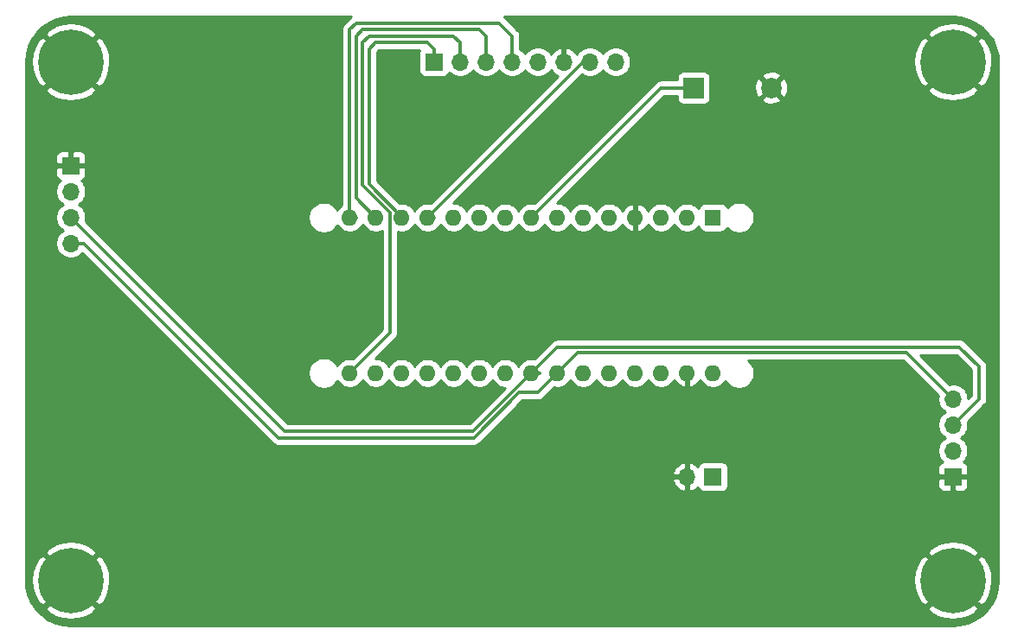
<source format=gbr>
%TF.GenerationSoftware,KiCad,Pcbnew,(5.1.6)-1*%
%TF.CreationDate,2020-10-11T10:25:28+02:00*%
%TF.ProjectId,CaptureTheFlag,43617074-7572-4655-9468-65466c61672e,rev?*%
%TF.SameCoordinates,Original*%
%TF.FileFunction,Copper,L1,Top*%
%TF.FilePolarity,Positive*%
%FSLAX46Y46*%
G04 Gerber Fmt 4.6, Leading zero omitted, Abs format (unit mm)*
G04 Created by KiCad (PCBNEW (5.1.6)-1) date 2020-10-11 10:25:28*
%MOMM*%
%LPD*%
G01*
G04 APERTURE LIST*
%TA.AperFunction,ComponentPad*%
%ADD10R,1.700000X1.700000*%
%TD*%
%TA.AperFunction,ComponentPad*%
%ADD11O,1.700000X1.700000*%
%TD*%
%TA.AperFunction,ComponentPad*%
%ADD12R,1.600000X1.600000*%
%TD*%
%TA.AperFunction,ComponentPad*%
%ADD13O,1.600000X1.600000*%
%TD*%
%TA.AperFunction,ComponentPad*%
%ADD14R,2.000000X2.000000*%
%TD*%
%TA.AperFunction,ComponentPad*%
%ADD15C,2.000000*%
%TD*%
%TA.AperFunction,ComponentPad*%
%ADD16C,6.400000*%
%TD*%
%TA.AperFunction,ComponentPad*%
%ADD17C,0.800000*%
%TD*%
%TA.AperFunction,ViaPad*%
%ADD18C,0.800000*%
%TD*%
%TA.AperFunction,Conductor*%
%ADD19C,0.300000*%
%TD*%
%TA.AperFunction,Conductor*%
%ADD20C,0.254000*%
%TD*%
G04 APERTURE END LIST*
D10*
%TO.P,J3,1*%
%TO.N,SPI_SDA*%
X154940000Y-88900000D03*
D11*
%TO.P,J3,2*%
%TO.N,SPI_SCK*%
X157480000Y-88900000D03*
%TO.P,J3,3*%
%TO.N,SPI_MOSI*%
X160020000Y-88900000D03*
%TO.P,J3,4*%
%TO.N,SPI_MISO*%
X162560000Y-88900000D03*
%TO.P,J3,5*%
%TO.N,Net-(J3-Pad5)*%
X165100000Y-88900000D03*
%TO.P,J3,6*%
%TO.N,GND*%
X167640000Y-88900000D03*
%TO.P,J3,7*%
%TO.N,SPI_RST*%
X170180000Y-88900000D03*
%TO.P,J3,8*%
%TO.N,3.3V*%
X172720000Y-88900000D03*
%TD*%
D12*
%TO.P,A1,1*%
%TO.N,Net-(A1-Pad1)*%
X182245000Y-104140000D03*
D13*
%TO.P,A1,17*%
%TO.N,3.3V*%
X149225000Y-119380000D03*
%TO.P,A1,2*%
%TO.N,Net-(A1-Pad2)*%
X179705000Y-104140000D03*
%TO.P,A1,18*%
%TO.N,Net-(A1-Pad18)*%
X151765000Y-119380000D03*
%TO.P,A1,3*%
%TO.N,Net-(A1-Pad3)*%
X177165000Y-104140000D03*
%TO.P,A1,19*%
%TO.N,Net-(A1-Pad19)*%
X154305000Y-119380000D03*
%TO.P,A1,4*%
%TO.N,GND*%
X174625000Y-104140000D03*
%TO.P,A1,20*%
%TO.N,Net-(A1-Pad20)*%
X156845000Y-119380000D03*
%TO.P,A1,5*%
%TO.N,Net-(A1-Pad5)*%
X172085000Y-104140000D03*
%TO.P,A1,21*%
%TO.N,Net-(A1-Pad21)*%
X159385000Y-119380000D03*
%TO.P,A1,6*%
%TO.N,Net-(A1-Pad6)*%
X169545000Y-104140000D03*
%TO.P,A1,22*%
%TO.N,Net-(A1-Pad22)*%
X161925000Y-119380000D03*
%TO.P,A1,7*%
%TO.N,Net-(A1-Pad7)*%
X167005000Y-104140000D03*
%TO.P,A1,23*%
%TO.N,I2C_SDA*%
X164465000Y-119380000D03*
%TO.P,A1,8*%
%TO.N,Net-(A1-Pad8)*%
X164465000Y-104140000D03*
%TO.P,A1,24*%
%TO.N,I2C_SCL*%
X167005000Y-119380000D03*
%TO.P,A1,9*%
%TO.N,Net-(A1-Pad9)*%
X161925000Y-104140000D03*
%TO.P,A1,25*%
%TO.N,Net-(A1-Pad25)*%
X169545000Y-119380000D03*
%TO.P,A1,10*%
%TO.N,Net-(A1-Pad10)*%
X159385000Y-104140000D03*
%TO.P,A1,26*%
%TO.N,Net-(A1-Pad26)*%
X172085000Y-119380000D03*
%TO.P,A1,11*%
%TO.N,Net-(A1-Pad11)*%
X156845000Y-104140000D03*
%TO.P,A1,27*%
%TO.N,5V*%
X174625000Y-119380000D03*
%TO.P,A1,12*%
%TO.N,SPI_RST*%
X154305000Y-104140000D03*
%TO.P,A1,28*%
%TO.N,Net-(A1-Pad28)*%
X177165000Y-119380000D03*
%TO.P,A1,13*%
%TO.N,SPI_SDA*%
X151765000Y-104140000D03*
%TO.P,A1,29*%
%TO.N,GND*%
X179705000Y-119380000D03*
%TO.P,A1,14*%
%TO.N,SPI_MOSI*%
X149225000Y-104140000D03*
%TO.P,A1,30*%
%TO.N,VIN*%
X182245000Y-119380000D03*
%TO.P,A1,15*%
%TO.N,SPI_MISO*%
X146685000Y-104140000D03*
%TO.P,A1,16*%
%TO.N,SPI_SCK*%
X146685000Y-119380000D03*
%TD*%
D14*
%TO.P,BZ1,1*%
%TO.N,Net-(A1-Pad8)*%
X180340000Y-91440000D03*
D15*
%TO.P,BZ1,2*%
%TO.N,GND*%
X187940000Y-91440000D03*
%TD*%
D16*
%TO.P,H1,1*%
%TO.N,GND*%
X205740000Y-88900000D03*
D17*
X208140000Y-88900000D03*
X207437056Y-90597056D03*
X205740000Y-91300000D03*
X204042944Y-90597056D03*
X203340000Y-88900000D03*
X204042944Y-87202944D03*
X205740000Y-86500000D03*
X207437056Y-87202944D03*
%TD*%
%TO.P,H2,1*%
%TO.N,GND*%
X207437056Y-138002944D03*
X205740000Y-137300000D03*
X204042944Y-138002944D03*
X203340000Y-139700000D03*
X204042944Y-141397056D03*
X205740000Y-142100000D03*
X207437056Y-141397056D03*
X208140000Y-139700000D03*
D16*
X205740000Y-139700000D03*
%TD*%
%TO.P,H3,1*%
%TO.N,GND*%
X119380000Y-139700000D03*
D17*
X121780000Y-139700000D03*
X121077056Y-141397056D03*
X119380000Y-142100000D03*
X117682944Y-141397056D03*
X116980000Y-139700000D03*
X117682944Y-138002944D03*
X119380000Y-137300000D03*
X121077056Y-138002944D03*
%TD*%
%TO.P,H4,1*%
%TO.N,GND*%
X121077056Y-87202944D03*
X119380000Y-86500000D03*
X117682944Y-87202944D03*
X116980000Y-88900000D03*
X117682944Y-90597056D03*
X119380000Y-91300000D03*
X121077056Y-90597056D03*
X121780000Y-88900000D03*
D16*
X119380000Y-88900000D03*
%TD*%
D10*
%TO.P,J1,1*%
%TO.N,GND*%
X205740000Y-129540000D03*
D11*
%TO.P,J1,2*%
%TO.N,5V*%
X205740000Y-127000000D03*
%TO.P,J1,3*%
%TO.N,I2C_SDA*%
X205740000Y-124460000D03*
%TO.P,J1,4*%
%TO.N,I2C_SCL*%
X205740000Y-121920000D03*
%TD*%
%TO.P,J2,4*%
%TO.N,I2C_SCL*%
X119380000Y-106680000D03*
%TO.P,J2,3*%
%TO.N,I2C_SDA*%
X119380000Y-104140000D03*
%TO.P,J2,2*%
%TO.N,5V*%
X119380000Y-101600000D03*
D10*
%TO.P,J2,1*%
%TO.N,GND*%
X119380000Y-99060000D03*
%TD*%
%TO.P,J4,1*%
%TO.N,VIN*%
X182245000Y-129540000D03*
D11*
%TO.P,J4,2*%
%TO.N,GND*%
X179705000Y-129540000D03*
%TD*%
D18*
%TO.N,GND*%
X127000000Y-88900000D03*
X127000000Y-93980000D03*
X127000000Y-99060000D03*
X132080000Y-93980000D03*
X132080000Y-88900000D03*
X137160000Y-88900000D03*
X142240000Y-88900000D03*
X142240000Y-93980000D03*
X137160000Y-93980000D03*
X137160000Y-99060000D03*
X132080000Y-99060000D03*
X132080000Y-104140000D03*
X137160000Y-104140000D03*
X137160000Y-109220000D03*
X127000000Y-121920000D03*
X127000000Y-127000000D03*
X127000000Y-132080000D03*
X127000000Y-137160000D03*
X132080000Y-137160000D03*
X132080000Y-132080000D03*
X132080000Y-127000000D03*
X137160000Y-132080000D03*
X137160000Y-137160000D03*
X142240000Y-137160000D03*
X142240000Y-132080000D03*
X152400000Y-137160000D03*
X152400000Y-132080000D03*
X157480000Y-132080000D03*
X162560000Y-132080000D03*
X167640000Y-132080000D03*
X172720000Y-132080000D03*
X157480000Y-137160000D03*
X198120000Y-137160000D03*
X198120000Y-132080000D03*
X193040000Y-132080000D03*
X187960000Y-132080000D03*
X187960000Y-127000000D03*
X193040000Y-127000000D03*
X198120000Y-127000000D03*
X193040000Y-121920000D03*
X193040000Y-111760000D03*
X193040000Y-106680000D03*
X193040000Y-101600000D03*
X193040000Y-96520000D03*
X193040000Y-91440000D03*
X198120000Y-91440000D03*
X198120000Y-96520000D03*
X198120000Y-101600000D03*
X198120000Y-106680000D03*
X198120000Y-111760000D03*
X203200000Y-111760000D03*
X203200000Y-106680000D03*
X203200000Y-101600000D03*
X203200000Y-96520000D03*
X121920000Y-132080000D03*
X121920000Y-127000000D03*
X121920000Y-121920000D03*
X121920000Y-116840000D03*
X142240000Y-109220000D03*
X142240000Y-99060000D03*
X147320000Y-109220000D03*
X152400000Y-109220000D03*
X157480000Y-109220000D03*
X162560000Y-109220000D03*
X167640000Y-109220000D03*
X172720000Y-109220000D03*
X177800000Y-109220000D03*
X182880000Y-109220000D03*
X182880000Y-114300000D03*
X177800000Y-114300000D03*
X172720000Y-114300000D03*
X167640000Y-114300000D03*
X162560000Y-114300000D03*
X147320000Y-114300000D03*
X142240000Y-114300000D03*
X152400000Y-93980000D03*
X157480000Y-93980000D03*
X152400000Y-99060000D03*
X205740000Y-118872000D03*
X172720000Y-99060000D03*
X177800000Y-99060000D03*
X162560000Y-99060000D03*
X167640000Y-93980000D03*
X172720000Y-93980000D03*
X167640000Y-99060000D03*
X172720000Y-127000000D03*
X167640000Y-127000000D03*
X162560000Y-127000000D03*
%TD*%
D19*
%TO.N,I2C_SDA*%
X165302998Y-119380000D02*
X164465000Y-119380000D01*
X119380000Y-104140000D02*
X140335000Y-125095000D01*
X158750000Y-125095000D02*
X164465000Y-119380000D01*
X140335000Y-125095000D02*
X158750000Y-125095000D01*
X206375000Y-116840000D02*
X167005000Y-116840000D01*
X167005000Y-116840000D02*
X164465000Y-119380000D01*
X208280000Y-118745000D02*
X206375000Y-116840000D01*
X205740000Y-124460000D02*
X208280000Y-121920000D01*
X208280000Y-121920000D02*
X208280000Y-118745000D01*
%TO.N,Net-(A1-Pad8)*%
X177165000Y-91440000D02*
X180340000Y-91440000D01*
X164465000Y-104140000D02*
X177165000Y-91440000D01*
%TO.N,I2C_SCL*%
X166370000Y-119380000D02*
X167005000Y-119380000D01*
X169044990Y-117340010D02*
X167005000Y-119380000D01*
X205740000Y-121920000D02*
X201160010Y-117340010D01*
X201160010Y-117340010D02*
X169044990Y-117340010D01*
X165100000Y-121285000D02*
X167005000Y-119380000D01*
X120650000Y-106680000D02*
X139700000Y-125730000D01*
X158822120Y-125730000D02*
X163267120Y-121285000D01*
X139700000Y-125730000D02*
X158822120Y-125730000D01*
X119380000Y-106680000D02*
X120650000Y-106680000D01*
X163267120Y-121285000D02*
X165100000Y-121285000D01*
%TO.N,SPI_RST*%
X154940000Y-104140000D02*
X154305000Y-104140000D01*
X169545000Y-88900000D02*
X170180000Y-88900000D01*
X154305000Y-104140000D02*
X169545000Y-88900000D01*
%TO.N,SPI_SDA*%
X151765000Y-104140000D02*
X151765000Y-104067880D01*
X151765000Y-104067880D02*
X148590000Y-100892880D01*
X148590000Y-100892880D02*
X148590000Y-87630000D01*
X148590000Y-87630000D02*
X149225000Y-86995000D01*
X149225000Y-86995000D02*
X154305000Y-86995000D01*
X154940000Y-87630000D02*
X154940000Y-88900000D01*
X154305000Y-86995000D02*
X154940000Y-87630000D01*
%TO.N,SPI_MOSI*%
X147955000Y-85725000D02*
X159385000Y-85725000D01*
X160020000Y-86360000D02*
X160020000Y-88900000D01*
X147320000Y-86360000D02*
X147955000Y-85725000D01*
X159385000Y-85725000D02*
X160020000Y-86360000D01*
X149225000Y-104140000D02*
X147320000Y-102235000D01*
X147320000Y-102235000D02*
X147320000Y-101600000D01*
X147320000Y-86360000D02*
X147320000Y-101600000D01*
%TO.N,SPI_MISO*%
X147320000Y-104140000D02*
X146685000Y-104140000D01*
X146685000Y-104140000D02*
X146685000Y-85725000D01*
X146685000Y-85725000D02*
X147320000Y-85090000D01*
X147320000Y-85090000D02*
X161290000Y-85090000D01*
X162560000Y-86360000D02*
X162560000Y-88900000D01*
X161290000Y-85090000D02*
X162560000Y-86360000D01*
%TO.N,SPI_SCK*%
X156845000Y-86360000D02*
X157480000Y-86995000D01*
X148590000Y-86360000D02*
X156845000Y-86360000D01*
X157480000Y-86995000D02*
X157480000Y-88900000D01*
X150614999Y-103624999D02*
X147955000Y-100965000D01*
X146685000Y-119380000D02*
X150614999Y-115450001D01*
X150614999Y-115450001D02*
X150614999Y-103624999D01*
X147955000Y-86995000D02*
X148590000Y-86360000D01*
X147955000Y-100965000D02*
X147955000Y-86995000D01*
%TD*%
D20*
%TO.N,GND*%
G36*
X146762236Y-84532236D02*
G01*
X146737653Y-84562190D01*
X146157185Y-85142658D01*
X146127237Y-85167236D01*
X146102659Y-85197184D01*
X146102655Y-85197188D01*
X146069690Y-85237356D01*
X146029139Y-85286767D01*
X145991506Y-85357174D01*
X145956246Y-85423141D01*
X145911359Y-85571114D01*
X145896203Y-85725000D01*
X145900001Y-85763563D01*
X145900000Y-102938661D01*
X145770241Y-103025363D01*
X145570363Y-103225241D01*
X145469121Y-103376760D01*
X145329545Y-103167869D01*
X145117131Y-102955455D01*
X144867358Y-102788562D01*
X144589826Y-102673605D01*
X144295199Y-102615000D01*
X143994801Y-102615000D01*
X143700174Y-102673605D01*
X143422642Y-102788562D01*
X143172869Y-102955455D01*
X142960455Y-103167869D01*
X142793562Y-103417642D01*
X142678605Y-103695174D01*
X142620000Y-103989801D01*
X142620000Y-104290199D01*
X142678605Y-104584826D01*
X142793562Y-104862358D01*
X142960455Y-105112131D01*
X143172869Y-105324545D01*
X143422642Y-105491438D01*
X143700174Y-105606395D01*
X143994801Y-105665000D01*
X144295199Y-105665000D01*
X144589826Y-105606395D01*
X144867358Y-105491438D01*
X145117131Y-105324545D01*
X145329545Y-105112131D01*
X145469121Y-104903240D01*
X145570363Y-105054759D01*
X145770241Y-105254637D01*
X146005273Y-105411680D01*
X146266426Y-105519853D01*
X146543665Y-105575000D01*
X146826335Y-105575000D01*
X147103574Y-105519853D01*
X147364727Y-105411680D01*
X147599759Y-105254637D01*
X147799637Y-105054759D01*
X147955000Y-104822241D01*
X148110363Y-105054759D01*
X148310241Y-105254637D01*
X148545273Y-105411680D01*
X148806426Y-105519853D01*
X149083665Y-105575000D01*
X149366335Y-105575000D01*
X149643574Y-105519853D01*
X149830000Y-105442633D01*
X149829999Y-115124844D01*
X146979397Y-117975446D01*
X146826335Y-117945000D01*
X146543665Y-117945000D01*
X146266426Y-118000147D01*
X146005273Y-118108320D01*
X145770241Y-118265363D01*
X145570363Y-118465241D01*
X145469121Y-118616760D01*
X145329545Y-118407869D01*
X145117131Y-118195455D01*
X144867358Y-118028562D01*
X144589826Y-117913605D01*
X144295199Y-117855000D01*
X143994801Y-117855000D01*
X143700174Y-117913605D01*
X143422642Y-118028562D01*
X143172869Y-118195455D01*
X142960455Y-118407869D01*
X142793562Y-118657642D01*
X142678605Y-118935174D01*
X142620000Y-119229801D01*
X142620000Y-119530199D01*
X142678605Y-119824826D01*
X142793562Y-120102358D01*
X142960455Y-120352131D01*
X143172869Y-120564545D01*
X143422642Y-120731438D01*
X143700174Y-120846395D01*
X143994801Y-120905000D01*
X144295199Y-120905000D01*
X144589826Y-120846395D01*
X144867358Y-120731438D01*
X145117131Y-120564545D01*
X145329545Y-120352131D01*
X145469121Y-120143240D01*
X145570363Y-120294759D01*
X145770241Y-120494637D01*
X146005273Y-120651680D01*
X146266426Y-120759853D01*
X146543665Y-120815000D01*
X146826335Y-120815000D01*
X147103574Y-120759853D01*
X147364727Y-120651680D01*
X147599759Y-120494637D01*
X147799637Y-120294759D01*
X147955000Y-120062241D01*
X148110363Y-120294759D01*
X148310241Y-120494637D01*
X148545273Y-120651680D01*
X148806426Y-120759853D01*
X149083665Y-120815000D01*
X149366335Y-120815000D01*
X149643574Y-120759853D01*
X149904727Y-120651680D01*
X150139759Y-120494637D01*
X150339637Y-120294759D01*
X150495000Y-120062241D01*
X150650363Y-120294759D01*
X150850241Y-120494637D01*
X151085273Y-120651680D01*
X151346426Y-120759853D01*
X151623665Y-120815000D01*
X151906335Y-120815000D01*
X152183574Y-120759853D01*
X152444727Y-120651680D01*
X152679759Y-120494637D01*
X152879637Y-120294759D01*
X153035000Y-120062241D01*
X153190363Y-120294759D01*
X153390241Y-120494637D01*
X153625273Y-120651680D01*
X153886426Y-120759853D01*
X154163665Y-120815000D01*
X154446335Y-120815000D01*
X154723574Y-120759853D01*
X154984727Y-120651680D01*
X155219759Y-120494637D01*
X155419637Y-120294759D01*
X155575000Y-120062241D01*
X155730363Y-120294759D01*
X155930241Y-120494637D01*
X156165273Y-120651680D01*
X156426426Y-120759853D01*
X156703665Y-120815000D01*
X156986335Y-120815000D01*
X157263574Y-120759853D01*
X157524727Y-120651680D01*
X157759759Y-120494637D01*
X157959637Y-120294759D01*
X158115000Y-120062241D01*
X158270363Y-120294759D01*
X158470241Y-120494637D01*
X158705273Y-120651680D01*
X158966426Y-120759853D01*
X159243665Y-120815000D01*
X159526335Y-120815000D01*
X159803574Y-120759853D01*
X160064727Y-120651680D01*
X160299759Y-120494637D01*
X160499637Y-120294759D01*
X160655000Y-120062241D01*
X160810363Y-120294759D01*
X161010241Y-120494637D01*
X161245273Y-120651680D01*
X161506426Y-120759853D01*
X161783665Y-120815000D01*
X161919843Y-120815000D01*
X158424843Y-124310000D01*
X140660158Y-124310000D01*
X120827075Y-104476918D01*
X120865000Y-104286260D01*
X120865000Y-103993740D01*
X120807932Y-103706842D01*
X120695990Y-103436589D01*
X120533475Y-103193368D01*
X120326632Y-102986525D01*
X120152240Y-102870000D01*
X120326632Y-102753475D01*
X120533475Y-102546632D01*
X120695990Y-102303411D01*
X120807932Y-102033158D01*
X120865000Y-101746260D01*
X120865000Y-101453740D01*
X120807932Y-101166842D01*
X120695990Y-100896589D01*
X120533475Y-100653368D01*
X120401620Y-100521513D01*
X120474180Y-100499502D01*
X120584494Y-100440537D01*
X120681185Y-100361185D01*
X120760537Y-100264494D01*
X120819502Y-100154180D01*
X120855812Y-100034482D01*
X120868072Y-99910000D01*
X120865000Y-99345750D01*
X120706250Y-99187000D01*
X119507000Y-99187000D01*
X119507000Y-99207000D01*
X119253000Y-99207000D01*
X119253000Y-99187000D01*
X118053750Y-99187000D01*
X117895000Y-99345750D01*
X117891928Y-99910000D01*
X117904188Y-100034482D01*
X117940498Y-100154180D01*
X117999463Y-100264494D01*
X118078815Y-100361185D01*
X118175506Y-100440537D01*
X118285820Y-100499502D01*
X118358380Y-100521513D01*
X118226525Y-100653368D01*
X118064010Y-100896589D01*
X117952068Y-101166842D01*
X117895000Y-101453740D01*
X117895000Y-101746260D01*
X117952068Y-102033158D01*
X118064010Y-102303411D01*
X118226525Y-102546632D01*
X118433368Y-102753475D01*
X118607760Y-102870000D01*
X118433368Y-102986525D01*
X118226525Y-103193368D01*
X118064010Y-103436589D01*
X117952068Y-103706842D01*
X117895000Y-103993740D01*
X117895000Y-104286260D01*
X117952068Y-104573158D01*
X118064010Y-104843411D01*
X118226525Y-105086632D01*
X118433368Y-105293475D01*
X118607760Y-105410000D01*
X118433368Y-105526525D01*
X118226525Y-105733368D01*
X118064010Y-105976589D01*
X117952068Y-106246842D01*
X117895000Y-106533740D01*
X117895000Y-106826260D01*
X117952068Y-107113158D01*
X118064010Y-107383411D01*
X118226525Y-107626632D01*
X118433368Y-107833475D01*
X118676589Y-107995990D01*
X118946842Y-108107932D01*
X119233740Y-108165000D01*
X119526260Y-108165000D01*
X119813158Y-108107932D01*
X120083411Y-107995990D01*
X120326632Y-107833475D01*
X120509975Y-107650132D01*
X139117658Y-126257816D01*
X139142236Y-126287764D01*
X139172184Y-126312342D01*
X139172187Y-126312345D01*
X139201559Y-126336450D01*
X139261767Y-126385862D01*
X139398140Y-126458754D01*
X139511672Y-126493194D01*
X139546112Y-126503641D01*
X139560490Y-126505057D01*
X139661439Y-126515000D01*
X139661446Y-126515000D01*
X139699999Y-126518797D01*
X139738552Y-126515000D01*
X158783567Y-126515000D01*
X158822120Y-126518797D01*
X158860673Y-126515000D01*
X158860681Y-126515000D01*
X158976007Y-126503641D01*
X159123980Y-126458754D01*
X159260353Y-126385862D01*
X159379884Y-126287764D01*
X159404467Y-126257810D01*
X163592278Y-122070000D01*
X165061447Y-122070000D01*
X165100000Y-122073797D01*
X165138553Y-122070000D01*
X165138561Y-122070000D01*
X165253887Y-122058641D01*
X165401860Y-122013754D01*
X165538233Y-121940862D01*
X165657764Y-121842764D01*
X165682347Y-121812810D01*
X166710603Y-120784554D01*
X166863665Y-120815000D01*
X167146335Y-120815000D01*
X167423574Y-120759853D01*
X167684727Y-120651680D01*
X167919759Y-120494637D01*
X168119637Y-120294759D01*
X168275000Y-120062241D01*
X168430363Y-120294759D01*
X168630241Y-120494637D01*
X168865273Y-120651680D01*
X169126426Y-120759853D01*
X169403665Y-120815000D01*
X169686335Y-120815000D01*
X169963574Y-120759853D01*
X170224727Y-120651680D01*
X170459759Y-120494637D01*
X170659637Y-120294759D01*
X170815000Y-120062241D01*
X170970363Y-120294759D01*
X171170241Y-120494637D01*
X171405273Y-120651680D01*
X171666426Y-120759853D01*
X171943665Y-120815000D01*
X172226335Y-120815000D01*
X172503574Y-120759853D01*
X172764727Y-120651680D01*
X172999759Y-120494637D01*
X173199637Y-120294759D01*
X173355000Y-120062241D01*
X173510363Y-120294759D01*
X173710241Y-120494637D01*
X173945273Y-120651680D01*
X174206426Y-120759853D01*
X174483665Y-120815000D01*
X174766335Y-120815000D01*
X175043574Y-120759853D01*
X175304727Y-120651680D01*
X175539759Y-120494637D01*
X175739637Y-120294759D01*
X175895000Y-120062241D01*
X176050363Y-120294759D01*
X176250241Y-120494637D01*
X176485273Y-120651680D01*
X176746426Y-120759853D01*
X177023665Y-120815000D01*
X177306335Y-120815000D01*
X177583574Y-120759853D01*
X177844727Y-120651680D01*
X178079759Y-120494637D01*
X178279637Y-120294759D01*
X178436680Y-120059727D01*
X178441067Y-120049135D01*
X178552615Y-120235131D01*
X178741586Y-120443519D01*
X178967580Y-120611037D01*
X179221913Y-120731246D01*
X179355961Y-120771904D01*
X179578000Y-120649915D01*
X179578000Y-119507000D01*
X179558000Y-119507000D01*
X179558000Y-119253000D01*
X179578000Y-119253000D01*
X179578000Y-119233000D01*
X179832000Y-119233000D01*
X179832000Y-119253000D01*
X179852000Y-119253000D01*
X179852000Y-119507000D01*
X179832000Y-119507000D01*
X179832000Y-120649915D01*
X180054039Y-120771904D01*
X180188087Y-120731246D01*
X180442420Y-120611037D01*
X180668414Y-120443519D01*
X180857385Y-120235131D01*
X180968933Y-120049135D01*
X180973320Y-120059727D01*
X181130363Y-120294759D01*
X181330241Y-120494637D01*
X181565273Y-120651680D01*
X181826426Y-120759853D01*
X182103665Y-120815000D01*
X182386335Y-120815000D01*
X182663574Y-120759853D01*
X182924727Y-120651680D01*
X183159759Y-120494637D01*
X183359637Y-120294759D01*
X183460879Y-120143240D01*
X183600455Y-120352131D01*
X183812869Y-120564545D01*
X184062642Y-120731438D01*
X184340174Y-120846395D01*
X184634801Y-120905000D01*
X184935199Y-120905000D01*
X185229826Y-120846395D01*
X185507358Y-120731438D01*
X185757131Y-120564545D01*
X185969545Y-120352131D01*
X186136438Y-120102358D01*
X186251395Y-119824826D01*
X186310000Y-119530199D01*
X186310000Y-119229801D01*
X186251395Y-118935174D01*
X186136438Y-118657642D01*
X185969545Y-118407869D01*
X185757131Y-118195455D01*
X185651703Y-118125010D01*
X200834853Y-118125010D01*
X204292924Y-121583082D01*
X204255000Y-121773740D01*
X204255000Y-122066260D01*
X204312068Y-122353158D01*
X204424010Y-122623411D01*
X204586525Y-122866632D01*
X204793368Y-123073475D01*
X204967760Y-123190000D01*
X204793368Y-123306525D01*
X204586525Y-123513368D01*
X204424010Y-123756589D01*
X204312068Y-124026842D01*
X204255000Y-124313740D01*
X204255000Y-124606260D01*
X204312068Y-124893158D01*
X204424010Y-125163411D01*
X204586525Y-125406632D01*
X204793368Y-125613475D01*
X204967760Y-125730000D01*
X204793368Y-125846525D01*
X204586525Y-126053368D01*
X204424010Y-126296589D01*
X204312068Y-126566842D01*
X204255000Y-126853740D01*
X204255000Y-127146260D01*
X204312068Y-127433158D01*
X204424010Y-127703411D01*
X204586525Y-127946632D01*
X204718380Y-128078487D01*
X204645820Y-128100498D01*
X204535506Y-128159463D01*
X204438815Y-128238815D01*
X204359463Y-128335506D01*
X204300498Y-128445820D01*
X204264188Y-128565518D01*
X204251928Y-128690000D01*
X204255000Y-129254250D01*
X204413750Y-129413000D01*
X205613000Y-129413000D01*
X205613000Y-129393000D01*
X205867000Y-129393000D01*
X205867000Y-129413000D01*
X207066250Y-129413000D01*
X207225000Y-129254250D01*
X207228072Y-128690000D01*
X207215812Y-128565518D01*
X207179502Y-128445820D01*
X207120537Y-128335506D01*
X207041185Y-128238815D01*
X206944494Y-128159463D01*
X206834180Y-128100498D01*
X206761620Y-128078487D01*
X206893475Y-127946632D01*
X207055990Y-127703411D01*
X207167932Y-127433158D01*
X207225000Y-127146260D01*
X207225000Y-126853740D01*
X207167932Y-126566842D01*
X207055990Y-126296589D01*
X206893475Y-126053368D01*
X206686632Y-125846525D01*
X206512240Y-125730000D01*
X206686632Y-125613475D01*
X206893475Y-125406632D01*
X207055990Y-125163411D01*
X207167932Y-124893158D01*
X207225000Y-124606260D01*
X207225000Y-124313740D01*
X207187075Y-124123082D01*
X208807817Y-122502341D01*
X208837764Y-122477764D01*
X208935862Y-122358233D01*
X209008754Y-122221860D01*
X209053641Y-122073887D01*
X209065000Y-121958561D01*
X209065000Y-121958554D01*
X209068797Y-121920001D01*
X209065000Y-121881448D01*
X209065000Y-118783556D01*
X209068797Y-118745000D01*
X209065000Y-118706444D01*
X209065000Y-118706439D01*
X209055143Y-118606358D01*
X209053642Y-118591113D01*
X209008754Y-118443140D01*
X208989901Y-118407869D01*
X208935862Y-118306767D01*
X208837764Y-118187236D01*
X208807810Y-118162653D01*
X206957347Y-116312190D01*
X206932764Y-116282236D01*
X206813233Y-116184138D01*
X206676860Y-116111246D01*
X206528887Y-116066359D01*
X206413561Y-116055000D01*
X206413553Y-116055000D01*
X206375000Y-116051203D01*
X206336447Y-116055000D01*
X167043552Y-116055000D01*
X167004999Y-116051203D01*
X166966446Y-116055000D01*
X166966439Y-116055000D01*
X166865490Y-116064943D01*
X166851112Y-116066359D01*
X166816672Y-116076806D01*
X166703140Y-116111246D01*
X166566767Y-116184138D01*
X166518632Y-116223642D01*
X166477187Y-116257655D01*
X166477184Y-116257658D01*
X166447236Y-116282236D01*
X166422658Y-116312184D01*
X164759396Y-117975446D01*
X164606335Y-117945000D01*
X164323665Y-117945000D01*
X164046426Y-118000147D01*
X163785273Y-118108320D01*
X163550241Y-118265363D01*
X163350363Y-118465241D01*
X163195000Y-118697759D01*
X163039637Y-118465241D01*
X162839759Y-118265363D01*
X162604727Y-118108320D01*
X162343574Y-118000147D01*
X162066335Y-117945000D01*
X161783665Y-117945000D01*
X161506426Y-118000147D01*
X161245273Y-118108320D01*
X161010241Y-118265363D01*
X160810363Y-118465241D01*
X160655000Y-118697759D01*
X160499637Y-118465241D01*
X160299759Y-118265363D01*
X160064727Y-118108320D01*
X159803574Y-118000147D01*
X159526335Y-117945000D01*
X159243665Y-117945000D01*
X158966426Y-118000147D01*
X158705273Y-118108320D01*
X158470241Y-118265363D01*
X158270363Y-118465241D01*
X158115000Y-118697759D01*
X157959637Y-118465241D01*
X157759759Y-118265363D01*
X157524727Y-118108320D01*
X157263574Y-118000147D01*
X156986335Y-117945000D01*
X156703665Y-117945000D01*
X156426426Y-118000147D01*
X156165273Y-118108320D01*
X155930241Y-118265363D01*
X155730363Y-118465241D01*
X155575000Y-118697759D01*
X155419637Y-118465241D01*
X155219759Y-118265363D01*
X154984727Y-118108320D01*
X154723574Y-118000147D01*
X154446335Y-117945000D01*
X154163665Y-117945000D01*
X153886426Y-118000147D01*
X153625273Y-118108320D01*
X153390241Y-118265363D01*
X153190363Y-118465241D01*
X153035000Y-118697759D01*
X152879637Y-118465241D01*
X152679759Y-118265363D01*
X152444727Y-118108320D01*
X152183574Y-118000147D01*
X151906335Y-117945000D01*
X151623665Y-117945000D01*
X151346426Y-118000147D01*
X151085273Y-118108320D01*
X150850241Y-118265363D01*
X150650363Y-118465241D01*
X150495000Y-118697759D01*
X150339637Y-118465241D01*
X150139759Y-118265363D01*
X149904727Y-118108320D01*
X149643574Y-118000147D01*
X149366335Y-117945000D01*
X149230157Y-117945000D01*
X151142810Y-116032347D01*
X151172763Y-116007765D01*
X151270861Y-115888234D01*
X151343753Y-115751861D01*
X151343753Y-115751860D01*
X151388641Y-115603888D01*
X151396019Y-115528975D01*
X151399999Y-115488562D01*
X151399999Y-115488557D01*
X151403796Y-115450001D01*
X151399999Y-115411445D01*
X151399999Y-105530509D01*
X151623665Y-105575000D01*
X151906335Y-105575000D01*
X152183574Y-105519853D01*
X152444727Y-105411680D01*
X152679759Y-105254637D01*
X152879637Y-105054759D01*
X153035000Y-104822241D01*
X153190363Y-105054759D01*
X153390241Y-105254637D01*
X153625273Y-105411680D01*
X153886426Y-105519853D01*
X154163665Y-105575000D01*
X154446335Y-105575000D01*
X154723574Y-105519853D01*
X154984727Y-105411680D01*
X155219759Y-105254637D01*
X155419637Y-105054759D01*
X155575000Y-104822241D01*
X155730363Y-105054759D01*
X155930241Y-105254637D01*
X156165273Y-105411680D01*
X156426426Y-105519853D01*
X156703665Y-105575000D01*
X156986335Y-105575000D01*
X157263574Y-105519853D01*
X157524727Y-105411680D01*
X157759759Y-105254637D01*
X157959637Y-105054759D01*
X158115000Y-104822241D01*
X158270363Y-105054759D01*
X158470241Y-105254637D01*
X158705273Y-105411680D01*
X158966426Y-105519853D01*
X159243665Y-105575000D01*
X159526335Y-105575000D01*
X159803574Y-105519853D01*
X160064727Y-105411680D01*
X160299759Y-105254637D01*
X160499637Y-105054759D01*
X160655000Y-104822241D01*
X160810363Y-105054759D01*
X161010241Y-105254637D01*
X161245273Y-105411680D01*
X161506426Y-105519853D01*
X161783665Y-105575000D01*
X162066335Y-105575000D01*
X162343574Y-105519853D01*
X162604727Y-105411680D01*
X162839759Y-105254637D01*
X163039637Y-105054759D01*
X163195000Y-104822241D01*
X163350363Y-105054759D01*
X163550241Y-105254637D01*
X163785273Y-105411680D01*
X164046426Y-105519853D01*
X164323665Y-105575000D01*
X164606335Y-105575000D01*
X164883574Y-105519853D01*
X165144727Y-105411680D01*
X165379759Y-105254637D01*
X165579637Y-105054759D01*
X165735000Y-104822241D01*
X165890363Y-105054759D01*
X166090241Y-105254637D01*
X166325273Y-105411680D01*
X166586426Y-105519853D01*
X166863665Y-105575000D01*
X167146335Y-105575000D01*
X167423574Y-105519853D01*
X167684727Y-105411680D01*
X167919759Y-105254637D01*
X168119637Y-105054759D01*
X168275000Y-104822241D01*
X168430363Y-105054759D01*
X168630241Y-105254637D01*
X168865273Y-105411680D01*
X169126426Y-105519853D01*
X169403665Y-105575000D01*
X169686335Y-105575000D01*
X169963574Y-105519853D01*
X170224727Y-105411680D01*
X170459759Y-105254637D01*
X170659637Y-105054759D01*
X170815000Y-104822241D01*
X170970363Y-105054759D01*
X171170241Y-105254637D01*
X171405273Y-105411680D01*
X171666426Y-105519853D01*
X171943665Y-105575000D01*
X172226335Y-105575000D01*
X172503574Y-105519853D01*
X172764727Y-105411680D01*
X172999759Y-105254637D01*
X173199637Y-105054759D01*
X173356680Y-104819727D01*
X173361067Y-104809135D01*
X173472615Y-104995131D01*
X173661586Y-105203519D01*
X173887580Y-105371037D01*
X174141913Y-105491246D01*
X174275961Y-105531904D01*
X174498000Y-105409915D01*
X174498000Y-104267000D01*
X174478000Y-104267000D01*
X174478000Y-104013000D01*
X174498000Y-104013000D01*
X174498000Y-102870085D01*
X174752000Y-102870085D01*
X174752000Y-104013000D01*
X174772000Y-104013000D01*
X174772000Y-104267000D01*
X174752000Y-104267000D01*
X174752000Y-105409915D01*
X174974039Y-105531904D01*
X175108087Y-105491246D01*
X175362420Y-105371037D01*
X175588414Y-105203519D01*
X175777385Y-104995131D01*
X175888933Y-104809135D01*
X175893320Y-104819727D01*
X176050363Y-105054759D01*
X176250241Y-105254637D01*
X176485273Y-105411680D01*
X176746426Y-105519853D01*
X177023665Y-105575000D01*
X177306335Y-105575000D01*
X177583574Y-105519853D01*
X177844727Y-105411680D01*
X178079759Y-105254637D01*
X178279637Y-105054759D01*
X178435000Y-104822241D01*
X178590363Y-105054759D01*
X178790241Y-105254637D01*
X179025273Y-105411680D01*
X179286426Y-105519853D01*
X179563665Y-105575000D01*
X179846335Y-105575000D01*
X180123574Y-105519853D01*
X180384727Y-105411680D01*
X180619759Y-105254637D01*
X180818357Y-105056039D01*
X180819188Y-105064482D01*
X180855498Y-105184180D01*
X180914463Y-105294494D01*
X180993815Y-105391185D01*
X181090506Y-105470537D01*
X181200820Y-105529502D01*
X181320518Y-105565812D01*
X181445000Y-105578072D01*
X183045000Y-105578072D01*
X183169482Y-105565812D01*
X183289180Y-105529502D01*
X183399494Y-105470537D01*
X183496185Y-105391185D01*
X183575537Y-105294494D01*
X183634502Y-105184180D01*
X183643347Y-105155023D01*
X183812869Y-105324545D01*
X184062642Y-105491438D01*
X184340174Y-105606395D01*
X184634801Y-105665000D01*
X184935199Y-105665000D01*
X185229826Y-105606395D01*
X185507358Y-105491438D01*
X185757131Y-105324545D01*
X185969545Y-105112131D01*
X186136438Y-104862358D01*
X186251395Y-104584826D01*
X186310000Y-104290199D01*
X186310000Y-103989801D01*
X186251395Y-103695174D01*
X186136438Y-103417642D01*
X185969545Y-103167869D01*
X185757131Y-102955455D01*
X185507358Y-102788562D01*
X185229826Y-102673605D01*
X184935199Y-102615000D01*
X184634801Y-102615000D01*
X184340174Y-102673605D01*
X184062642Y-102788562D01*
X183812869Y-102955455D01*
X183643347Y-103124977D01*
X183634502Y-103095820D01*
X183575537Y-102985506D01*
X183496185Y-102888815D01*
X183399494Y-102809463D01*
X183289180Y-102750498D01*
X183169482Y-102714188D01*
X183045000Y-102701928D01*
X181445000Y-102701928D01*
X181320518Y-102714188D01*
X181200820Y-102750498D01*
X181090506Y-102809463D01*
X180993815Y-102888815D01*
X180914463Y-102985506D01*
X180855498Y-103095820D01*
X180819188Y-103215518D01*
X180818357Y-103223961D01*
X180619759Y-103025363D01*
X180384727Y-102868320D01*
X180123574Y-102760147D01*
X179846335Y-102705000D01*
X179563665Y-102705000D01*
X179286426Y-102760147D01*
X179025273Y-102868320D01*
X178790241Y-103025363D01*
X178590363Y-103225241D01*
X178435000Y-103457759D01*
X178279637Y-103225241D01*
X178079759Y-103025363D01*
X177844727Y-102868320D01*
X177583574Y-102760147D01*
X177306335Y-102705000D01*
X177023665Y-102705000D01*
X176746426Y-102760147D01*
X176485273Y-102868320D01*
X176250241Y-103025363D01*
X176050363Y-103225241D01*
X175893320Y-103460273D01*
X175888933Y-103470865D01*
X175777385Y-103284869D01*
X175588414Y-103076481D01*
X175362420Y-102908963D01*
X175108087Y-102788754D01*
X174974039Y-102748096D01*
X174752000Y-102870085D01*
X174498000Y-102870085D01*
X174275961Y-102748096D01*
X174141913Y-102788754D01*
X173887580Y-102908963D01*
X173661586Y-103076481D01*
X173472615Y-103284869D01*
X173361067Y-103470865D01*
X173356680Y-103460273D01*
X173199637Y-103225241D01*
X172999759Y-103025363D01*
X172764727Y-102868320D01*
X172503574Y-102760147D01*
X172226335Y-102705000D01*
X171943665Y-102705000D01*
X171666426Y-102760147D01*
X171405273Y-102868320D01*
X171170241Y-103025363D01*
X170970363Y-103225241D01*
X170815000Y-103457759D01*
X170659637Y-103225241D01*
X170459759Y-103025363D01*
X170224727Y-102868320D01*
X169963574Y-102760147D01*
X169686335Y-102705000D01*
X169403665Y-102705000D01*
X169126426Y-102760147D01*
X168865273Y-102868320D01*
X168630241Y-103025363D01*
X168430363Y-103225241D01*
X168275000Y-103457759D01*
X168119637Y-103225241D01*
X167919759Y-103025363D01*
X167684727Y-102868320D01*
X167423574Y-102760147D01*
X167146335Y-102705000D01*
X167010157Y-102705000D01*
X177490158Y-92225000D01*
X178701928Y-92225000D01*
X178701928Y-92440000D01*
X178714188Y-92564482D01*
X178750498Y-92684180D01*
X178809463Y-92794494D01*
X178888815Y-92891185D01*
X178985506Y-92970537D01*
X179095820Y-93029502D01*
X179215518Y-93065812D01*
X179340000Y-93078072D01*
X181340000Y-93078072D01*
X181464482Y-93065812D01*
X181584180Y-93029502D01*
X181694494Y-92970537D01*
X181791185Y-92891185D01*
X181870537Y-92794494D01*
X181929502Y-92684180D01*
X181962496Y-92575413D01*
X186984192Y-92575413D01*
X187079956Y-92839814D01*
X187369571Y-92980704D01*
X187681108Y-93062384D01*
X188002595Y-93081718D01*
X188321675Y-93037961D01*
X188626088Y-92932795D01*
X188800044Y-92839814D01*
X188895808Y-92575413D01*
X187940000Y-91619605D01*
X186984192Y-92575413D01*
X181962496Y-92575413D01*
X181965812Y-92564482D01*
X181978072Y-92440000D01*
X181978072Y-91502595D01*
X186298282Y-91502595D01*
X186342039Y-91821675D01*
X186447205Y-92126088D01*
X186540186Y-92300044D01*
X186804587Y-92395808D01*
X187760395Y-91440000D01*
X188119605Y-91440000D01*
X189075413Y-92395808D01*
X189339814Y-92300044D01*
X189480704Y-92010429D01*
X189562384Y-91698892D01*
X189568278Y-91600881D01*
X203218724Y-91600881D01*
X203578912Y-92090548D01*
X204242882Y-92450849D01*
X204964385Y-92674694D01*
X205715695Y-92753480D01*
X206467938Y-92684178D01*
X207192208Y-92469452D01*
X207860670Y-92117555D01*
X207901088Y-92090548D01*
X208261276Y-91600881D01*
X205740000Y-89079605D01*
X203218724Y-91600881D01*
X189568278Y-91600881D01*
X189581718Y-91377405D01*
X189537961Y-91058325D01*
X189432795Y-90753912D01*
X189339814Y-90579956D01*
X189075413Y-90484192D01*
X188119605Y-91440000D01*
X187760395Y-91440000D01*
X186804587Y-90484192D01*
X186540186Y-90579956D01*
X186399296Y-90869571D01*
X186317616Y-91181108D01*
X186298282Y-91502595D01*
X181978072Y-91502595D01*
X181978072Y-90440000D01*
X181965812Y-90315518D01*
X181962497Y-90304587D01*
X186984192Y-90304587D01*
X187940000Y-91260395D01*
X188895808Y-90304587D01*
X188800044Y-90040186D01*
X188510429Y-89899296D01*
X188198892Y-89817616D01*
X187877405Y-89798282D01*
X187558325Y-89842039D01*
X187253912Y-89947205D01*
X187079956Y-90040186D01*
X186984192Y-90304587D01*
X181962497Y-90304587D01*
X181929502Y-90195820D01*
X181870537Y-90085506D01*
X181791185Y-89988815D01*
X181694494Y-89909463D01*
X181584180Y-89850498D01*
X181464482Y-89814188D01*
X181340000Y-89801928D01*
X179340000Y-89801928D01*
X179215518Y-89814188D01*
X179095820Y-89850498D01*
X178985506Y-89909463D01*
X178888815Y-89988815D01*
X178809463Y-90085506D01*
X178750498Y-90195820D01*
X178714188Y-90315518D01*
X178701928Y-90440000D01*
X178701928Y-90655000D01*
X177203552Y-90655000D01*
X177164999Y-90651203D01*
X177126446Y-90655000D01*
X177126439Y-90655000D01*
X177025490Y-90664943D01*
X177011112Y-90666359D01*
X176976672Y-90676806D01*
X176863140Y-90711246D01*
X176726767Y-90784138D01*
X176666559Y-90833550D01*
X176637187Y-90857655D01*
X176637184Y-90857658D01*
X176607236Y-90882236D01*
X176582658Y-90912184D01*
X164759397Y-102735446D01*
X164606335Y-102705000D01*
X164323665Y-102705000D01*
X164046426Y-102760147D01*
X163785273Y-102868320D01*
X163550241Y-103025363D01*
X163350363Y-103225241D01*
X163195000Y-103457759D01*
X163039637Y-103225241D01*
X162839759Y-103025363D01*
X162604727Y-102868320D01*
X162343574Y-102760147D01*
X162066335Y-102705000D01*
X161783665Y-102705000D01*
X161506426Y-102760147D01*
X161245273Y-102868320D01*
X161010241Y-103025363D01*
X160810363Y-103225241D01*
X160655000Y-103457759D01*
X160499637Y-103225241D01*
X160299759Y-103025363D01*
X160064727Y-102868320D01*
X159803574Y-102760147D01*
X159526335Y-102705000D01*
X159243665Y-102705000D01*
X158966426Y-102760147D01*
X158705273Y-102868320D01*
X158470241Y-103025363D01*
X158270363Y-103225241D01*
X158115000Y-103457759D01*
X157959637Y-103225241D01*
X157759759Y-103025363D01*
X157524727Y-102868320D01*
X157263574Y-102760147D01*
X156986335Y-102705000D01*
X156850157Y-102705000D01*
X169394211Y-90160946D01*
X169476589Y-90215990D01*
X169746842Y-90327932D01*
X170033740Y-90385000D01*
X170326260Y-90385000D01*
X170613158Y-90327932D01*
X170883411Y-90215990D01*
X171126632Y-90053475D01*
X171333475Y-89846632D01*
X171450000Y-89672240D01*
X171566525Y-89846632D01*
X171773368Y-90053475D01*
X172016589Y-90215990D01*
X172286842Y-90327932D01*
X172573740Y-90385000D01*
X172866260Y-90385000D01*
X173153158Y-90327932D01*
X173423411Y-90215990D01*
X173666632Y-90053475D01*
X173873475Y-89846632D01*
X174035990Y-89603411D01*
X174147932Y-89333158D01*
X174205000Y-89046260D01*
X174205000Y-88875695D01*
X201886520Y-88875695D01*
X201955822Y-89627938D01*
X202170548Y-90352208D01*
X202522445Y-91020670D01*
X202549452Y-91061088D01*
X203039119Y-91421276D01*
X205560395Y-88900000D01*
X205919605Y-88900000D01*
X208440881Y-91421276D01*
X208930548Y-91061088D01*
X209290849Y-90397118D01*
X209514694Y-89675615D01*
X209593480Y-88924305D01*
X209524178Y-88172062D01*
X209309452Y-87447792D01*
X208957555Y-86779330D01*
X208930548Y-86738912D01*
X208440881Y-86378724D01*
X205919605Y-88900000D01*
X205560395Y-88900000D01*
X203039119Y-86378724D01*
X202549452Y-86738912D01*
X202189151Y-87402882D01*
X201965306Y-88124385D01*
X201886520Y-88875695D01*
X174205000Y-88875695D01*
X174205000Y-88753740D01*
X174147932Y-88466842D01*
X174035990Y-88196589D01*
X173873475Y-87953368D01*
X173666632Y-87746525D01*
X173423411Y-87584010D01*
X173153158Y-87472068D01*
X172866260Y-87415000D01*
X172573740Y-87415000D01*
X172286842Y-87472068D01*
X172016589Y-87584010D01*
X171773368Y-87746525D01*
X171566525Y-87953368D01*
X171450000Y-88127760D01*
X171333475Y-87953368D01*
X171126632Y-87746525D01*
X170883411Y-87584010D01*
X170613158Y-87472068D01*
X170326260Y-87415000D01*
X170033740Y-87415000D01*
X169746842Y-87472068D01*
X169476589Y-87584010D01*
X169233368Y-87746525D01*
X169026525Y-87953368D01*
X168904805Y-88135534D01*
X168835178Y-88018645D01*
X168640269Y-87802412D01*
X168406920Y-87628359D01*
X168144099Y-87503175D01*
X167996890Y-87458524D01*
X167767000Y-87579845D01*
X167767000Y-88773000D01*
X167787000Y-88773000D01*
X167787000Y-89027000D01*
X167767000Y-89027000D01*
X167767000Y-89047000D01*
X167513000Y-89047000D01*
X167513000Y-89027000D01*
X167493000Y-89027000D01*
X167493000Y-88773000D01*
X167513000Y-88773000D01*
X167513000Y-87579845D01*
X167283110Y-87458524D01*
X167135901Y-87503175D01*
X166873080Y-87628359D01*
X166639731Y-87802412D01*
X166444822Y-88018645D01*
X166375195Y-88135534D01*
X166253475Y-87953368D01*
X166046632Y-87746525D01*
X165803411Y-87584010D01*
X165533158Y-87472068D01*
X165246260Y-87415000D01*
X164953740Y-87415000D01*
X164666842Y-87472068D01*
X164396589Y-87584010D01*
X164153368Y-87746525D01*
X163946525Y-87953368D01*
X163830000Y-88127760D01*
X163713475Y-87953368D01*
X163506632Y-87746525D01*
X163345000Y-87638526D01*
X163345000Y-86398552D01*
X163348797Y-86359999D01*
X163345000Y-86321446D01*
X163345000Y-86321439D01*
X163333641Y-86206113D01*
X163331520Y-86199119D01*
X203218724Y-86199119D01*
X205740000Y-88720395D01*
X208261276Y-86199119D01*
X207901088Y-85709452D01*
X207237118Y-85349151D01*
X206515615Y-85125306D01*
X205764305Y-85046520D01*
X205012062Y-85115822D01*
X204287792Y-85330548D01*
X203619330Y-85682445D01*
X203578912Y-85709452D01*
X203218724Y-86199119D01*
X163331520Y-86199119D01*
X163321634Y-86166531D01*
X163288754Y-86058140D01*
X163215862Y-85921767D01*
X163162695Y-85856984D01*
X163142345Y-85832187D01*
X163142342Y-85832184D01*
X163117764Y-85802236D01*
X163087817Y-85777659D01*
X161872347Y-84562190D01*
X161847764Y-84532236D01*
X161784115Y-84480000D01*
X205710608Y-84480000D01*
X206522249Y-84552437D01*
X207279774Y-84759672D01*
X207988625Y-85097777D01*
X208626404Y-85556067D01*
X209172946Y-86120055D01*
X209610977Y-86771913D01*
X209926651Y-87491038D01*
X210111206Y-88259768D01*
X210160001Y-88924221D01*
X210160000Y-139670608D01*
X210087563Y-140482249D01*
X209880328Y-141239774D01*
X209542221Y-141948627D01*
X209083928Y-142586410D01*
X208519945Y-143132946D01*
X207868085Y-143570978D01*
X207148963Y-143886651D01*
X206380232Y-144071206D01*
X205715792Y-144120000D01*
X119409392Y-144120000D01*
X118597751Y-144047563D01*
X117840226Y-143840328D01*
X117131373Y-143502221D01*
X116493590Y-143043928D01*
X115947054Y-142479945D01*
X115893926Y-142400881D01*
X116858724Y-142400881D01*
X117218912Y-142890548D01*
X117882882Y-143250849D01*
X118604385Y-143474694D01*
X119355695Y-143553480D01*
X120107938Y-143484178D01*
X120832208Y-143269452D01*
X121500670Y-142917555D01*
X121541088Y-142890548D01*
X121901276Y-142400881D01*
X203218724Y-142400881D01*
X203578912Y-142890548D01*
X204242882Y-143250849D01*
X204964385Y-143474694D01*
X205715695Y-143553480D01*
X206467938Y-143484178D01*
X207192208Y-143269452D01*
X207860670Y-142917555D01*
X207901088Y-142890548D01*
X208261276Y-142400881D01*
X205740000Y-139879605D01*
X203218724Y-142400881D01*
X121901276Y-142400881D01*
X119380000Y-139879605D01*
X116858724Y-142400881D01*
X115893926Y-142400881D01*
X115509022Y-141828085D01*
X115193349Y-141108963D01*
X115008794Y-140340232D01*
X114960000Y-139675792D01*
X114960000Y-139675695D01*
X115526520Y-139675695D01*
X115595822Y-140427938D01*
X115810548Y-141152208D01*
X116162445Y-141820670D01*
X116189452Y-141861088D01*
X116679119Y-142221276D01*
X119200395Y-139700000D01*
X119559605Y-139700000D01*
X122080881Y-142221276D01*
X122570548Y-141861088D01*
X122930849Y-141197118D01*
X123154694Y-140475615D01*
X123233480Y-139724305D01*
X123229002Y-139675695D01*
X201886520Y-139675695D01*
X201955822Y-140427938D01*
X202170548Y-141152208D01*
X202522445Y-141820670D01*
X202549452Y-141861088D01*
X203039119Y-142221276D01*
X205560395Y-139700000D01*
X205919605Y-139700000D01*
X208440881Y-142221276D01*
X208930548Y-141861088D01*
X209290849Y-141197118D01*
X209514694Y-140475615D01*
X209593480Y-139724305D01*
X209524178Y-138972062D01*
X209309452Y-138247792D01*
X208957555Y-137579330D01*
X208930548Y-137538912D01*
X208440881Y-137178724D01*
X205919605Y-139700000D01*
X205560395Y-139700000D01*
X203039119Y-137178724D01*
X202549452Y-137538912D01*
X202189151Y-138202882D01*
X201965306Y-138924385D01*
X201886520Y-139675695D01*
X123229002Y-139675695D01*
X123164178Y-138972062D01*
X122949452Y-138247792D01*
X122597555Y-137579330D01*
X122570548Y-137538912D01*
X122080881Y-137178724D01*
X119559605Y-139700000D01*
X119200395Y-139700000D01*
X116679119Y-137178724D01*
X116189452Y-137538912D01*
X115829151Y-138202882D01*
X115605306Y-138924385D01*
X115526520Y-139675695D01*
X114960000Y-139675695D01*
X114960000Y-136999119D01*
X116858724Y-136999119D01*
X119380000Y-139520395D01*
X121901276Y-136999119D01*
X203218724Y-136999119D01*
X205740000Y-139520395D01*
X208261276Y-136999119D01*
X207901088Y-136509452D01*
X207237118Y-136149151D01*
X206515615Y-135925306D01*
X205764305Y-135846520D01*
X205012062Y-135915822D01*
X204287792Y-136130548D01*
X203619330Y-136482445D01*
X203578912Y-136509452D01*
X203218724Y-136999119D01*
X121901276Y-136999119D01*
X121541088Y-136509452D01*
X120877118Y-136149151D01*
X120155615Y-135925306D01*
X119404305Y-135846520D01*
X118652062Y-135915822D01*
X117927792Y-136130548D01*
X117259330Y-136482445D01*
X117218912Y-136509452D01*
X116858724Y-136999119D01*
X114960000Y-136999119D01*
X114960000Y-129896891D01*
X178263519Y-129896891D01*
X178360843Y-130171252D01*
X178509822Y-130421355D01*
X178704731Y-130637588D01*
X178938080Y-130811641D01*
X179200901Y-130936825D01*
X179348110Y-130981476D01*
X179578000Y-130860155D01*
X179578000Y-129667000D01*
X178384186Y-129667000D01*
X178263519Y-129896891D01*
X114960000Y-129896891D01*
X114960000Y-129183109D01*
X178263519Y-129183109D01*
X178384186Y-129413000D01*
X179578000Y-129413000D01*
X179578000Y-128219845D01*
X179832000Y-128219845D01*
X179832000Y-129413000D01*
X179852000Y-129413000D01*
X179852000Y-129667000D01*
X179832000Y-129667000D01*
X179832000Y-130860155D01*
X180061890Y-130981476D01*
X180209099Y-130936825D01*
X180471920Y-130811641D01*
X180705269Y-130637588D01*
X180781034Y-130553534D01*
X180805498Y-130634180D01*
X180864463Y-130744494D01*
X180943815Y-130841185D01*
X181040506Y-130920537D01*
X181150820Y-130979502D01*
X181270518Y-131015812D01*
X181395000Y-131028072D01*
X183095000Y-131028072D01*
X183219482Y-131015812D01*
X183339180Y-130979502D01*
X183449494Y-130920537D01*
X183546185Y-130841185D01*
X183625537Y-130744494D01*
X183684502Y-130634180D01*
X183720812Y-130514482D01*
X183733072Y-130390000D01*
X204251928Y-130390000D01*
X204264188Y-130514482D01*
X204300498Y-130634180D01*
X204359463Y-130744494D01*
X204438815Y-130841185D01*
X204535506Y-130920537D01*
X204645820Y-130979502D01*
X204765518Y-131015812D01*
X204890000Y-131028072D01*
X205454250Y-131025000D01*
X205613000Y-130866250D01*
X205613000Y-129667000D01*
X205867000Y-129667000D01*
X205867000Y-130866250D01*
X206025750Y-131025000D01*
X206590000Y-131028072D01*
X206714482Y-131015812D01*
X206834180Y-130979502D01*
X206944494Y-130920537D01*
X207041185Y-130841185D01*
X207120537Y-130744494D01*
X207179502Y-130634180D01*
X207215812Y-130514482D01*
X207228072Y-130390000D01*
X207225000Y-129825750D01*
X207066250Y-129667000D01*
X205867000Y-129667000D01*
X205613000Y-129667000D01*
X204413750Y-129667000D01*
X204255000Y-129825750D01*
X204251928Y-130390000D01*
X183733072Y-130390000D01*
X183733072Y-128690000D01*
X183720812Y-128565518D01*
X183684502Y-128445820D01*
X183625537Y-128335506D01*
X183546185Y-128238815D01*
X183449494Y-128159463D01*
X183339180Y-128100498D01*
X183219482Y-128064188D01*
X183095000Y-128051928D01*
X181395000Y-128051928D01*
X181270518Y-128064188D01*
X181150820Y-128100498D01*
X181040506Y-128159463D01*
X180943815Y-128238815D01*
X180864463Y-128335506D01*
X180805498Y-128445820D01*
X180781034Y-128526466D01*
X180705269Y-128442412D01*
X180471920Y-128268359D01*
X180209099Y-128143175D01*
X180061890Y-128098524D01*
X179832000Y-128219845D01*
X179578000Y-128219845D01*
X179348110Y-128098524D01*
X179200901Y-128143175D01*
X178938080Y-128268359D01*
X178704731Y-128442412D01*
X178509822Y-128658645D01*
X178360843Y-128908748D01*
X178263519Y-129183109D01*
X114960000Y-129183109D01*
X114960000Y-98210000D01*
X117891928Y-98210000D01*
X117895000Y-98774250D01*
X118053750Y-98933000D01*
X119253000Y-98933000D01*
X119253000Y-97733750D01*
X119507000Y-97733750D01*
X119507000Y-98933000D01*
X120706250Y-98933000D01*
X120865000Y-98774250D01*
X120868072Y-98210000D01*
X120855812Y-98085518D01*
X120819502Y-97965820D01*
X120760537Y-97855506D01*
X120681185Y-97758815D01*
X120584494Y-97679463D01*
X120474180Y-97620498D01*
X120354482Y-97584188D01*
X120230000Y-97571928D01*
X119665750Y-97575000D01*
X119507000Y-97733750D01*
X119253000Y-97733750D01*
X119094250Y-97575000D01*
X118530000Y-97571928D01*
X118405518Y-97584188D01*
X118285820Y-97620498D01*
X118175506Y-97679463D01*
X118078815Y-97758815D01*
X117999463Y-97855506D01*
X117940498Y-97965820D01*
X117904188Y-98085518D01*
X117891928Y-98210000D01*
X114960000Y-98210000D01*
X114960000Y-91600881D01*
X116858724Y-91600881D01*
X117218912Y-92090548D01*
X117882882Y-92450849D01*
X118604385Y-92674694D01*
X119355695Y-92753480D01*
X120107938Y-92684178D01*
X120832208Y-92469452D01*
X121500670Y-92117555D01*
X121541088Y-92090548D01*
X121901276Y-91600881D01*
X119380000Y-89079605D01*
X116858724Y-91600881D01*
X114960000Y-91600881D01*
X114960000Y-88929392D01*
X114964792Y-88875695D01*
X115526520Y-88875695D01*
X115595822Y-89627938D01*
X115810548Y-90352208D01*
X116162445Y-91020670D01*
X116189452Y-91061088D01*
X116679119Y-91421276D01*
X119200395Y-88900000D01*
X119559605Y-88900000D01*
X122080881Y-91421276D01*
X122570548Y-91061088D01*
X122930849Y-90397118D01*
X123154694Y-89675615D01*
X123233480Y-88924305D01*
X123164178Y-88172062D01*
X122949452Y-87447792D01*
X122597555Y-86779330D01*
X122570548Y-86738912D01*
X122080881Y-86378724D01*
X119559605Y-88900000D01*
X119200395Y-88900000D01*
X116679119Y-86378724D01*
X116189452Y-86738912D01*
X115829151Y-87402882D01*
X115605306Y-88124385D01*
X115526520Y-88875695D01*
X114964792Y-88875695D01*
X115032437Y-88117751D01*
X115239672Y-87360226D01*
X115577777Y-86651375D01*
X115902755Y-86199119D01*
X116858724Y-86199119D01*
X119380000Y-88720395D01*
X121901276Y-86199119D01*
X121541088Y-85709452D01*
X120877118Y-85349151D01*
X120155615Y-85125306D01*
X119404305Y-85046520D01*
X118652062Y-85115822D01*
X117927792Y-85330548D01*
X117259330Y-85682445D01*
X117218912Y-85709452D01*
X116858724Y-86199119D01*
X115902755Y-86199119D01*
X116036067Y-86013596D01*
X116600055Y-85467054D01*
X117251913Y-85029023D01*
X117971038Y-84713349D01*
X118739768Y-84528794D01*
X119404207Y-84480000D01*
X146825885Y-84480000D01*
X146762236Y-84532236D01*
G37*
X146762236Y-84532236D02*
X146737653Y-84562190D01*
X146157185Y-85142658D01*
X146127237Y-85167236D01*
X146102659Y-85197184D01*
X146102655Y-85197188D01*
X146069690Y-85237356D01*
X146029139Y-85286767D01*
X145991506Y-85357174D01*
X145956246Y-85423141D01*
X145911359Y-85571114D01*
X145896203Y-85725000D01*
X145900001Y-85763563D01*
X145900000Y-102938661D01*
X145770241Y-103025363D01*
X145570363Y-103225241D01*
X145469121Y-103376760D01*
X145329545Y-103167869D01*
X145117131Y-102955455D01*
X144867358Y-102788562D01*
X144589826Y-102673605D01*
X144295199Y-102615000D01*
X143994801Y-102615000D01*
X143700174Y-102673605D01*
X143422642Y-102788562D01*
X143172869Y-102955455D01*
X142960455Y-103167869D01*
X142793562Y-103417642D01*
X142678605Y-103695174D01*
X142620000Y-103989801D01*
X142620000Y-104290199D01*
X142678605Y-104584826D01*
X142793562Y-104862358D01*
X142960455Y-105112131D01*
X143172869Y-105324545D01*
X143422642Y-105491438D01*
X143700174Y-105606395D01*
X143994801Y-105665000D01*
X144295199Y-105665000D01*
X144589826Y-105606395D01*
X144867358Y-105491438D01*
X145117131Y-105324545D01*
X145329545Y-105112131D01*
X145469121Y-104903240D01*
X145570363Y-105054759D01*
X145770241Y-105254637D01*
X146005273Y-105411680D01*
X146266426Y-105519853D01*
X146543665Y-105575000D01*
X146826335Y-105575000D01*
X147103574Y-105519853D01*
X147364727Y-105411680D01*
X147599759Y-105254637D01*
X147799637Y-105054759D01*
X147955000Y-104822241D01*
X148110363Y-105054759D01*
X148310241Y-105254637D01*
X148545273Y-105411680D01*
X148806426Y-105519853D01*
X149083665Y-105575000D01*
X149366335Y-105575000D01*
X149643574Y-105519853D01*
X149830000Y-105442633D01*
X149829999Y-115124844D01*
X146979397Y-117975446D01*
X146826335Y-117945000D01*
X146543665Y-117945000D01*
X146266426Y-118000147D01*
X146005273Y-118108320D01*
X145770241Y-118265363D01*
X145570363Y-118465241D01*
X145469121Y-118616760D01*
X145329545Y-118407869D01*
X145117131Y-118195455D01*
X144867358Y-118028562D01*
X144589826Y-117913605D01*
X144295199Y-117855000D01*
X143994801Y-117855000D01*
X143700174Y-117913605D01*
X143422642Y-118028562D01*
X143172869Y-118195455D01*
X142960455Y-118407869D01*
X142793562Y-118657642D01*
X142678605Y-118935174D01*
X142620000Y-119229801D01*
X142620000Y-119530199D01*
X142678605Y-119824826D01*
X142793562Y-120102358D01*
X142960455Y-120352131D01*
X143172869Y-120564545D01*
X143422642Y-120731438D01*
X143700174Y-120846395D01*
X143994801Y-120905000D01*
X144295199Y-120905000D01*
X144589826Y-120846395D01*
X144867358Y-120731438D01*
X145117131Y-120564545D01*
X145329545Y-120352131D01*
X145469121Y-120143240D01*
X145570363Y-120294759D01*
X145770241Y-120494637D01*
X146005273Y-120651680D01*
X146266426Y-120759853D01*
X146543665Y-120815000D01*
X146826335Y-120815000D01*
X147103574Y-120759853D01*
X147364727Y-120651680D01*
X147599759Y-120494637D01*
X147799637Y-120294759D01*
X147955000Y-120062241D01*
X148110363Y-120294759D01*
X148310241Y-120494637D01*
X148545273Y-120651680D01*
X148806426Y-120759853D01*
X149083665Y-120815000D01*
X149366335Y-120815000D01*
X149643574Y-120759853D01*
X149904727Y-120651680D01*
X150139759Y-120494637D01*
X150339637Y-120294759D01*
X150495000Y-120062241D01*
X150650363Y-120294759D01*
X150850241Y-120494637D01*
X151085273Y-120651680D01*
X151346426Y-120759853D01*
X151623665Y-120815000D01*
X151906335Y-120815000D01*
X152183574Y-120759853D01*
X152444727Y-120651680D01*
X152679759Y-120494637D01*
X152879637Y-120294759D01*
X153035000Y-120062241D01*
X153190363Y-120294759D01*
X153390241Y-120494637D01*
X153625273Y-120651680D01*
X153886426Y-120759853D01*
X154163665Y-120815000D01*
X154446335Y-120815000D01*
X154723574Y-120759853D01*
X154984727Y-120651680D01*
X155219759Y-120494637D01*
X155419637Y-120294759D01*
X155575000Y-120062241D01*
X155730363Y-120294759D01*
X155930241Y-120494637D01*
X156165273Y-120651680D01*
X156426426Y-120759853D01*
X156703665Y-120815000D01*
X156986335Y-120815000D01*
X157263574Y-120759853D01*
X157524727Y-120651680D01*
X157759759Y-120494637D01*
X157959637Y-120294759D01*
X158115000Y-120062241D01*
X158270363Y-120294759D01*
X158470241Y-120494637D01*
X158705273Y-120651680D01*
X158966426Y-120759853D01*
X159243665Y-120815000D01*
X159526335Y-120815000D01*
X159803574Y-120759853D01*
X160064727Y-120651680D01*
X160299759Y-120494637D01*
X160499637Y-120294759D01*
X160655000Y-120062241D01*
X160810363Y-120294759D01*
X161010241Y-120494637D01*
X161245273Y-120651680D01*
X161506426Y-120759853D01*
X161783665Y-120815000D01*
X161919843Y-120815000D01*
X158424843Y-124310000D01*
X140660158Y-124310000D01*
X120827075Y-104476918D01*
X120865000Y-104286260D01*
X120865000Y-103993740D01*
X120807932Y-103706842D01*
X120695990Y-103436589D01*
X120533475Y-103193368D01*
X120326632Y-102986525D01*
X120152240Y-102870000D01*
X120326632Y-102753475D01*
X120533475Y-102546632D01*
X120695990Y-102303411D01*
X120807932Y-102033158D01*
X120865000Y-101746260D01*
X120865000Y-101453740D01*
X120807932Y-101166842D01*
X120695990Y-100896589D01*
X120533475Y-100653368D01*
X120401620Y-100521513D01*
X120474180Y-100499502D01*
X120584494Y-100440537D01*
X120681185Y-100361185D01*
X120760537Y-100264494D01*
X120819502Y-100154180D01*
X120855812Y-100034482D01*
X120868072Y-99910000D01*
X120865000Y-99345750D01*
X120706250Y-99187000D01*
X119507000Y-99187000D01*
X119507000Y-99207000D01*
X119253000Y-99207000D01*
X119253000Y-99187000D01*
X118053750Y-99187000D01*
X117895000Y-99345750D01*
X117891928Y-99910000D01*
X117904188Y-100034482D01*
X117940498Y-100154180D01*
X117999463Y-100264494D01*
X118078815Y-100361185D01*
X118175506Y-100440537D01*
X118285820Y-100499502D01*
X118358380Y-100521513D01*
X118226525Y-100653368D01*
X118064010Y-100896589D01*
X117952068Y-101166842D01*
X117895000Y-101453740D01*
X117895000Y-101746260D01*
X117952068Y-102033158D01*
X118064010Y-102303411D01*
X118226525Y-102546632D01*
X118433368Y-102753475D01*
X118607760Y-102870000D01*
X118433368Y-102986525D01*
X118226525Y-103193368D01*
X118064010Y-103436589D01*
X117952068Y-103706842D01*
X117895000Y-103993740D01*
X117895000Y-104286260D01*
X117952068Y-104573158D01*
X118064010Y-104843411D01*
X118226525Y-105086632D01*
X118433368Y-105293475D01*
X118607760Y-105410000D01*
X118433368Y-105526525D01*
X118226525Y-105733368D01*
X118064010Y-105976589D01*
X117952068Y-106246842D01*
X117895000Y-106533740D01*
X117895000Y-106826260D01*
X117952068Y-107113158D01*
X118064010Y-107383411D01*
X118226525Y-107626632D01*
X118433368Y-107833475D01*
X118676589Y-107995990D01*
X118946842Y-108107932D01*
X119233740Y-108165000D01*
X119526260Y-108165000D01*
X119813158Y-108107932D01*
X120083411Y-107995990D01*
X120326632Y-107833475D01*
X120509975Y-107650132D01*
X139117658Y-126257816D01*
X139142236Y-126287764D01*
X139172184Y-126312342D01*
X139172187Y-126312345D01*
X139201559Y-126336450D01*
X139261767Y-126385862D01*
X139398140Y-126458754D01*
X139511672Y-126493194D01*
X139546112Y-126503641D01*
X139560490Y-126505057D01*
X139661439Y-126515000D01*
X139661446Y-126515000D01*
X139699999Y-126518797D01*
X139738552Y-126515000D01*
X158783567Y-126515000D01*
X158822120Y-126518797D01*
X158860673Y-126515000D01*
X158860681Y-126515000D01*
X158976007Y-126503641D01*
X159123980Y-126458754D01*
X159260353Y-126385862D01*
X159379884Y-126287764D01*
X159404467Y-126257810D01*
X163592278Y-122070000D01*
X165061447Y-122070000D01*
X165100000Y-122073797D01*
X165138553Y-122070000D01*
X165138561Y-122070000D01*
X165253887Y-122058641D01*
X165401860Y-122013754D01*
X165538233Y-121940862D01*
X165657764Y-121842764D01*
X165682347Y-121812810D01*
X166710603Y-120784554D01*
X166863665Y-120815000D01*
X167146335Y-120815000D01*
X167423574Y-120759853D01*
X167684727Y-120651680D01*
X167919759Y-120494637D01*
X168119637Y-120294759D01*
X168275000Y-120062241D01*
X168430363Y-120294759D01*
X168630241Y-120494637D01*
X168865273Y-120651680D01*
X169126426Y-120759853D01*
X169403665Y-120815000D01*
X169686335Y-120815000D01*
X169963574Y-120759853D01*
X170224727Y-120651680D01*
X170459759Y-120494637D01*
X170659637Y-120294759D01*
X170815000Y-120062241D01*
X170970363Y-120294759D01*
X171170241Y-120494637D01*
X171405273Y-120651680D01*
X171666426Y-120759853D01*
X171943665Y-120815000D01*
X172226335Y-120815000D01*
X172503574Y-120759853D01*
X172764727Y-120651680D01*
X172999759Y-120494637D01*
X173199637Y-120294759D01*
X173355000Y-120062241D01*
X173510363Y-120294759D01*
X173710241Y-120494637D01*
X173945273Y-120651680D01*
X174206426Y-120759853D01*
X174483665Y-120815000D01*
X174766335Y-120815000D01*
X175043574Y-120759853D01*
X175304727Y-120651680D01*
X175539759Y-120494637D01*
X175739637Y-120294759D01*
X175895000Y-120062241D01*
X176050363Y-120294759D01*
X176250241Y-120494637D01*
X176485273Y-120651680D01*
X176746426Y-120759853D01*
X177023665Y-120815000D01*
X177306335Y-120815000D01*
X177583574Y-120759853D01*
X177844727Y-120651680D01*
X178079759Y-120494637D01*
X178279637Y-120294759D01*
X178436680Y-120059727D01*
X178441067Y-120049135D01*
X178552615Y-120235131D01*
X178741586Y-120443519D01*
X178967580Y-120611037D01*
X179221913Y-120731246D01*
X179355961Y-120771904D01*
X179578000Y-120649915D01*
X179578000Y-119507000D01*
X179558000Y-119507000D01*
X179558000Y-119253000D01*
X179578000Y-119253000D01*
X179578000Y-119233000D01*
X179832000Y-119233000D01*
X179832000Y-119253000D01*
X179852000Y-119253000D01*
X179852000Y-119507000D01*
X179832000Y-119507000D01*
X179832000Y-120649915D01*
X180054039Y-120771904D01*
X180188087Y-120731246D01*
X180442420Y-120611037D01*
X180668414Y-120443519D01*
X180857385Y-120235131D01*
X180968933Y-120049135D01*
X180973320Y-120059727D01*
X181130363Y-120294759D01*
X181330241Y-120494637D01*
X181565273Y-120651680D01*
X181826426Y-120759853D01*
X182103665Y-120815000D01*
X182386335Y-120815000D01*
X182663574Y-120759853D01*
X182924727Y-120651680D01*
X183159759Y-120494637D01*
X183359637Y-120294759D01*
X183460879Y-120143240D01*
X183600455Y-120352131D01*
X183812869Y-120564545D01*
X184062642Y-120731438D01*
X184340174Y-120846395D01*
X184634801Y-120905000D01*
X184935199Y-120905000D01*
X185229826Y-120846395D01*
X185507358Y-120731438D01*
X185757131Y-120564545D01*
X185969545Y-120352131D01*
X186136438Y-120102358D01*
X186251395Y-119824826D01*
X186310000Y-119530199D01*
X186310000Y-119229801D01*
X186251395Y-118935174D01*
X186136438Y-118657642D01*
X185969545Y-118407869D01*
X185757131Y-118195455D01*
X185651703Y-118125010D01*
X200834853Y-118125010D01*
X204292924Y-121583082D01*
X204255000Y-121773740D01*
X204255000Y-122066260D01*
X204312068Y-122353158D01*
X204424010Y-122623411D01*
X204586525Y-122866632D01*
X204793368Y-123073475D01*
X204967760Y-123190000D01*
X204793368Y-123306525D01*
X204586525Y-123513368D01*
X204424010Y-123756589D01*
X204312068Y-124026842D01*
X204255000Y-124313740D01*
X204255000Y-124606260D01*
X204312068Y-124893158D01*
X204424010Y-125163411D01*
X204586525Y-125406632D01*
X204793368Y-125613475D01*
X204967760Y-125730000D01*
X204793368Y-125846525D01*
X204586525Y-126053368D01*
X204424010Y-126296589D01*
X204312068Y-126566842D01*
X204255000Y-126853740D01*
X204255000Y-127146260D01*
X204312068Y-127433158D01*
X204424010Y-127703411D01*
X204586525Y-127946632D01*
X204718380Y-128078487D01*
X204645820Y-128100498D01*
X204535506Y-128159463D01*
X204438815Y-128238815D01*
X204359463Y-128335506D01*
X204300498Y-128445820D01*
X204264188Y-128565518D01*
X204251928Y-128690000D01*
X204255000Y-129254250D01*
X204413750Y-129413000D01*
X205613000Y-129413000D01*
X205613000Y-129393000D01*
X205867000Y-129393000D01*
X205867000Y-129413000D01*
X207066250Y-129413000D01*
X207225000Y-129254250D01*
X207228072Y-128690000D01*
X207215812Y-128565518D01*
X207179502Y-128445820D01*
X207120537Y-128335506D01*
X207041185Y-128238815D01*
X206944494Y-128159463D01*
X206834180Y-128100498D01*
X206761620Y-128078487D01*
X206893475Y-127946632D01*
X207055990Y-127703411D01*
X207167932Y-127433158D01*
X207225000Y-127146260D01*
X207225000Y-126853740D01*
X207167932Y-126566842D01*
X207055990Y-126296589D01*
X206893475Y-126053368D01*
X206686632Y-125846525D01*
X206512240Y-125730000D01*
X206686632Y-125613475D01*
X206893475Y-125406632D01*
X207055990Y-125163411D01*
X207167932Y-124893158D01*
X207225000Y-124606260D01*
X207225000Y-124313740D01*
X207187075Y-124123082D01*
X208807817Y-122502341D01*
X208837764Y-122477764D01*
X208935862Y-122358233D01*
X209008754Y-122221860D01*
X209053641Y-122073887D01*
X209065000Y-121958561D01*
X209065000Y-121958554D01*
X209068797Y-121920001D01*
X209065000Y-121881448D01*
X209065000Y-118783556D01*
X209068797Y-118745000D01*
X209065000Y-118706444D01*
X209065000Y-118706439D01*
X209055143Y-118606358D01*
X209053642Y-118591113D01*
X209008754Y-118443140D01*
X208989901Y-118407869D01*
X208935862Y-118306767D01*
X208837764Y-118187236D01*
X208807810Y-118162653D01*
X206957347Y-116312190D01*
X206932764Y-116282236D01*
X206813233Y-116184138D01*
X206676860Y-116111246D01*
X206528887Y-116066359D01*
X206413561Y-116055000D01*
X206413553Y-116055000D01*
X206375000Y-116051203D01*
X206336447Y-116055000D01*
X167043552Y-116055000D01*
X167004999Y-116051203D01*
X166966446Y-116055000D01*
X166966439Y-116055000D01*
X166865490Y-116064943D01*
X166851112Y-116066359D01*
X166816672Y-116076806D01*
X166703140Y-116111246D01*
X166566767Y-116184138D01*
X166518632Y-116223642D01*
X166477187Y-116257655D01*
X166477184Y-116257658D01*
X166447236Y-116282236D01*
X166422658Y-116312184D01*
X164759396Y-117975446D01*
X164606335Y-117945000D01*
X164323665Y-117945000D01*
X164046426Y-118000147D01*
X163785273Y-118108320D01*
X163550241Y-118265363D01*
X163350363Y-118465241D01*
X163195000Y-118697759D01*
X163039637Y-118465241D01*
X162839759Y-118265363D01*
X162604727Y-118108320D01*
X162343574Y-118000147D01*
X162066335Y-117945000D01*
X161783665Y-117945000D01*
X161506426Y-118000147D01*
X161245273Y-118108320D01*
X161010241Y-118265363D01*
X160810363Y-118465241D01*
X160655000Y-118697759D01*
X160499637Y-118465241D01*
X160299759Y-118265363D01*
X160064727Y-118108320D01*
X159803574Y-118000147D01*
X159526335Y-117945000D01*
X159243665Y-117945000D01*
X158966426Y-118000147D01*
X158705273Y-118108320D01*
X158470241Y-118265363D01*
X158270363Y-118465241D01*
X158115000Y-118697759D01*
X157959637Y-118465241D01*
X157759759Y-118265363D01*
X157524727Y-118108320D01*
X157263574Y-118000147D01*
X156986335Y-117945000D01*
X156703665Y-117945000D01*
X156426426Y-118000147D01*
X156165273Y-118108320D01*
X155930241Y-118265363D01*
X155730363Y-118465241D01*
X155575000Y-118697759D01*
X155419637Y-118465241D01*
X155219759Y-118265363D01*
X154984727Y-118108320D01*
X154723574Y-118000147D01*
X154446335Y-117945000D01*
X154163665Y-117945000D01*
X153886426Y-118000147D01*
X153625273Y-118108320D01*
X153390241Y-118265363D01*
X153190363Y-118465241D01*
X153035000Y-118697759D01*
X152879637Y-118465241D01*
X152679759Y-118265363D01*
X152444727Y-118108320D01*
X152183574Y-118000147D01*
X151906335Y-117945000D01*
X151623665Y-117945000D01*
X151346426Y-118000147D01*
X151085273Y-118108320D01*
X150850241Y-118265363D01*
X150650363Y-118465241D01*
X150495000Y-118697759D01*
X150339637Y-118465241D01*
X150139759Y-118265363D01*
X149904727Y-118108320D01*
X149643574Y-118000147D01*
X149366335Y-117945000D01*
X149230157Y-117945000D01*
X151142810Y-116032347D01*
X151172763Y-116007765D01*
X151270861Y-115888234D01*
X151343753Y-115751861D01*
X151343753Y-115751860D01*
X151388641Y-115603888D01*
X151396019Y-115528975D01*
X151399999Y-115488562D01*
X151399999Y-115488557D01*
X151403796Y-115450001D01*
X151399999Y-115411445D01*
X151399999Y-105530509D01*
X151623665Y-105575000D01*
X151906335Y-105575000D01*
X152183574Y-105519853D01*
X152444727Y-105411680D01*
X152679759Y-105254637D01*
X152879637Y-105054759D01*
X153035000Y-104822241D01*
X153190363Y-105054759D01*
X153390241Y-105254637D01*
X153625273Y-105411680D01*
X153886426Y-105519853D01*
X154163665Y-105575000D01*
X154446335Y-105575000D01*
X154723574Y-105519853D01*
X154984727Y-105411680D01*
X155219759Y-105254637D01*
X155419637Y-105054759D01*
X155575000Y-104822241D01*
X155730363Y-105054759D01*
X155930241Y-105254637D01*
X156165273Y-105411680D01*
X156426426Y-105519853D01*
X156703665Y-105575000D01*
X156986335Y-105575000D01*
X157263574Y-105519853D01*
X157524727Y-105411680D01*
X157759759Y-105254637D01*
X157959637Y-105054759D01*
X158115000Y-104822241D01*
X158270363Y-105054759D01*
X158470241Y-105254637D01*
X158705273Y-105411680D01*
X158966426Y-105519853D01*
X159243665Y-105575000D01*
X159526335Y-105575000D01*
X159803574Y-105519853D01*
X160064727Y-105411680D01*
X160299759Y-105254637D01*
X160499637Y-105054759D01*
X160655000Y-104822241D01*
X160810363Y-105054759D01*
X161010241Y-105254637D01*
X161245273Y-105411680D01*
X161506426Y-105519853D01*
X161783665Y-105575000D01*
X162066335Y-105575000D01*
X162343574Y-105519853D01*
X162604727Y-105411680D01*
X162839759Y-105254637D01*
X163039637Y-105054759D01*
X163195000Y-104822241D01*
X163350363Y-105054759D01*
X163550241Y-105254637D01*
X163785273Y-105411680D01*
X164046426Y-105519853D01*
X164323665Y-105575000D01*
X164606335Y-105575000D01*
X164883574Y-105519853D01*
X165144727Y-105411680D01*
X165379759Y-105254637D01*
X165579637Y-105054759D01*
X165735000Y-104822241D01*
X165890363Y-105054759D01*
X166090241Y-105254637D01*
X166325273Y-105411680D01*
X166586426Y-105519853D01*
X166863665Y-105575000D01*
X167146335Y-105575000D01*
X167423574Y-105519853D01*
X167684727Y-105411680D01*
X167919759Y-105254637D01*
X168119637Y-105054759D01*
X168275000Y-104822241D01*
X168430363Y-105054759D01*
X168630241Y-105254637D01*
X168865273Y-105411680D01*
X169126426Y-105519853D01*
X169403665Y-105575000D01*
X169686335Y-105575000D01*
X169963574Y-105519853D01*
X170224727Y-105411680D01*
X170459759Y-105254637D01*
X170659637Y-105054759D01*
X170815000Y-104822241D01*
X170970363Y-105054759D01*
X171170241Y-105254637D01*
X171405273Y-105411680D01*
X171666426Y-105519853D01*
X171943665Y-105575000D01*
X172226335Y-105575000D01*
X172503574Y-105519853D01*
X172764727Y-105411680D01*
X172999759Y-105254637D01*
X173199637Y-105054759D01*
X173356680Y-104819727D01*
X173361067Y-104809135D01*
X173472615Y-104995131D01*
X173661586Y-105203519D01*
X173887580Y-105371037D01*
X174141913Y-105491246D01*
X174275961Y-105531904D01*
X174498000Y-105409915D01*
X174498000Y-104267000D01*
X174478000Y-104267000D01*
X174478000Y-104013000D01*
X174498000Y-104013000D01*
X174498000Y-102870085D01*
X174752000Y-102870085D01*
X174752000Y-104013000D01*
X174772000Y-104013000D01*
X174772000Y-104267000D01*
X174752000Y-104267000D01*
X174752000Y-105409915D01*
X174974039Y-105531904D01*
X175108087Y-105491246D01*
X175362420Y-105371037D01*
X175588414Y-105203519D01*
X175777385Y-104995131D01*
X175888933Y-104809135D01*
X175893320Y-104819727D01*
X176050363Y-105054759D01*
X176250241Y-105254637D01*
X176485273Y-105411680D01*
X176746426Y-105519853D01*
X177023665Y-105575000D01*
X177306335Y-105575000D01*
X177583574Y-105519853D01*
X177844727Y-105411680D01*
X178079759Y-105254637D01*
X178279637Y-105054759D01*
X178435000Y-104822241D01*
X178590363Y-105054759D01*
X178790241Y-105254637D01*
X179025273Y-105411680D01*
X179286426Y-105519853D01*
X179563665Y-105575000D01*
X179846335Y-105575000D01*
X180123574Y-105519853D01*
X180384727Y-105411680D01*
X180619759Y-105254637D01*
X180818357Y-105056039D01*
X180819188Y-105064482D01*
X180855498Y-105184180D01*
X180914463Y-105294494D01*
X180993815Y-105391185D01*
X181090506Y-105470537D01*
X181200820Y-105529502D01*
X181320518Y-105565812D01*
X181445000Y-105578072D01*
X183045000Y-105578072D01*
X183169482Y-105565812D01*
X183289180Y-105529502D01*
X183399494Y-105470537D01*
X183496185Y-105391185D01*
X183575537Y-105294494D01*
X183634502Y-105184180D01*
X183643347Y-105155023D01*
X183812869Y-105324545D01*
X184062642Y-105491438D01*
X184340174Y-105606395D01*
X184634801Y-105665000D01*
X184935199Y-105665000D01*
X185229826Y-105606395D01*
X185507358Y-105491438D01*
X185757131Y-105324545D01*
X185969545Y-105112131D01*
X186136438Y-104862358D01*
X186251395Y-104584826D01*
X186310000Y-104290199D01*
X186310000Y-103989801D01*
X186251395Y-103695174D01*
X186136438Y-103417642D01*
X185969545Y-103167869D01*
X185757131Y-102955455D01*
X185507358Y-102788562D01*
X185229826Y-102673605D01*
X184935199Y-102615000D01*
X184634801Y-102615000D01*
X184340174Y-102673605D01*
X184062642Y-102788562D01*
X183812869Y-102955455D01*
X183643347Y-103124977D01*
X183634502Y-103095820D01*
X183575537Y-102985506D01*
X183496185Y-102888815D01*
X183399494Y-102809463D01*
X183289180Y-102750498D01*
X183169482Y-102714188D01*
X183045000Y-102701928D01*
X181445000Y-102701928D01*
X181320518Y-102714188D01*
X181200820Y-102750498D01*
X181090506Y-102809463D01*
X180993815Y-102888815D01*
X180914463Y-102985506D01*
X180855498Y-103095820D01*
X180819188Y-103215518D01*
X180818357Y-103223961D01*
X180619759Y-103025363D01*
X180384727Y-102868320D01*
X180123574Y-102760147D01*
X179846335Y-102705000D01*
X179563665Y-102705000D01*
X179286426Y-102760147D01*
X179025273Y-102868320D01*
X178790241Y-103025363D01*
X178590363Y-103225241D01*
X178435000Y-103457759D01*
X178279637Y-103225241D01*
X178079759Y-103025363D01*
X177844727Y-102868320D01*
X177583574Y-102760147D01*
X177306335Y-102705000D01*
X177023665Y-102705000D01*
X176746426Y-102760147D01*
X176485273Y-102868320D01*
X176250241Y-103025363D01*
X176050363Y-103225241D01*
X175893320Y-103460273D01*
X175888933Y-103470865D01*
X175777385Y-103284869D01*
X175588414Y-103076481D01*
X175362420Y-102908963D01*
X175108087Y-102788754D01*
X174974039Y-102748096D01*
X174752000Y-102870085D01*
X174498000Y-102870085D01*
X174275961Y-102748096D01*
X174141913Y-102788754D01*
X173887580Y-102908963D01*
X173661586Y-103076481D01*
X173472615Y-103284869D01*
X173361067Y-103470865D01*
X173356680Y-103460273D01*
X173199637Y-103225241D01*
X172999759Y-103025363D01*
X172764727Y-102868320D01*
X172503574Y-102760147D01*
X172226335Y-102705000D01*
X171943665Y-102705000D01*
X171666426Y-102760147D01*
X171405273Y-102868320D01*
X171170241Y-103025363D01*
X170970363Y-103225241D01*
X170815000Y-103457759D01*
X170659637Y-103225241D01*
X170459759Y-103025363D01*
X170224727Y-102868320D01*
X169963574Y-102760147D01*
X169686335Y-102705000D01*
X169403665Y-102705000D01*
X169126426Y-102760147D01*
X168865273Y-102868320D01*
X168630241Y-103025363D01*
X168430363Y-103225241D01*
X168275000Y-103457759D01*
X168119637Y-103225241D01*
X167919759Y-103025363D01*
X167684727Y-102868320D01*
X167423574Y-102760147D01*
X167146335Y-102705000D01*
X167010157Y-102705000D01*
X177490158Y-92225000D01*
X178701928Y-92225000D01*
X178701928Y-92440000D01*
X178714188Y-92564482D01*
X178750498Y-92684180D01*
X178809463Y-92794494D01*
X178888815Y-92891185D01*
X178985506Y-92970537D01*
X179095820Y-93029502D01*
X179215518Y-93065812D01*
X179340000Y-93078072D01*
X181340000Y-93078072D01*
X181464482Y-93065812D01*
X181584180Y-93029502D01*
X181694494Y-92970537D01*
X181791185Y-92891185D01*
X181870537Y-92794494D01*
X181929502Y-92684180D01*
X181962496Y-92575413D01*
X186984192Y-92575413D01*
X187079956Y-92839814D01*
X187369571Y-92980704D01*
X187681108Y-93062384D01*
X188002595Y-93081718D01*
X188321675Y-93037961D01*
X188626088Y-92932795D01*
X188800044Y-92839814D01*
X188895808Y-92575413D01*
X187940000Y-91619605D01*
X186984192Y-92575413D01*
X181962496Y-92575413D01*
X181965812Y-92564482D01*
X181978072Y-92440000D01*
X181978072Y-91502595D01*
X186298282Y-91502595D01*
X186342039Y-91821675D01*
X186447205Y-92126088D01*
X186540186Y-92300044D01*
X186804587Y-92395808D01*
X187760395Y-91440000D01*
X188119605Y-91440000D01*
X189075413Y-92395808D01*
X189339814Y-92300044D01*
X189480704Y-92010429D01*
X189562384Y-91698892D01*
X189568278Y-91600881D01*
X203218724Y-91600881D01*
X203578912Y-92090548D01*
X204242882Y-92450849D01*
X204964385Y-92674694D01*
X205715695Y-92753480D01*
X206467938Y-92684178D01*
X207192208Y-92469452D01*
X207860670Y-92117555D01*
X207901088Y-92090548D01*
X208261276Y-91600881D01*
X205740000Y-89079605D01*
X203218724Y-91600881D01*
X189568278Y-91600881D01*
X189581718Y-91377405D01*
X189537961Y-91058325D01*
X189432795Y-90753912D01*
X189339814Y-90579956D01*
X189075413Y-90484192D01*
X188119605Y-91440000D01*
X187760395Y-91440000D01*
X186804587Y-90484192D01*
X186540186Y-90579956D01*
X186399296Y-90869571D01*
X186317616Y-91181108D01*
X186298282Y-91502595D01*
X181978072Y-91502595D01*
X181978072Y-90440000D01*
X181965812Y-90315518D01*
X181962497Y-90304587D01*
X186984192Y-90304587D01*
X187940000Y-91260395D01*
X188895808Y-90304587D01*
X188800044Y-90040186D01*
X188510429Y-89899296D01*
X188198892Y-89817616D01*
X187877405Y-89798282D01*
X187558325Y-89842039D01*
X187253912Y-89947205D01*
X187079956Y-90040186D01*
X186984192Y-90304587D01*
X181962497Y-90304587D01*
X181929502Y-90195820D01*
X181870537Y-90085506D01*
X181791185Y-89988815D01*
X181694494Y-89909463D01*
X181584180Y-89850498D01*
X181464482Y-89814188D01*
X181340000Y-89801928D01*
X179340000Y-89801928D01*
X179215518Y-89814188D01*
X179095820Y-89850498D01*
X178985506Y-89909463D01*
X178888815Y-89988815D01*
X178809463Y-90085506D01*
X178750498Y-90195820D01*
X178714188Y-90315518D01*
X178701928Y-90440000D01*
X178701928Y-90655000D01*
X177203552Y-90655000D01*
X177164999Y-90651203D01*
X177126446Y-90655000D01*
X177126439Y-90655000D01*
X177025490Y-90664943D01*
X177011112Y-90666359D01*
X176976672Y-90676806D01*
X176863140Y-90711246D01*
X176726767Y-90784138D01*
X176666559Y-90833550D01*
X176637187Y-90857655D01*
X176637184Y-90857658D01*
X176607236Y-90882236D01*
X176582658Y-90912184D01*
X164759397Y-102735446D01*
X164606335Y-102705000D01*
X164323665Y-102705000D01*
X164046426Y-102760147D01*
X163785273Y-102868320D01*
X163550241Y-103025363D01*
X163350363Y-103225241D01*
X163195000Y-103457759D01*
X163039637Y-103225241D01*
X162839759Y-103025363D01*
X162604727Y-102868320D01*
X162343574Y-102760147D01*
X162066335Y-102705000D01*
X161783665Y-102705000D01*
X161506426Y-102760147D01*
X161245273Y-102868320D01*
X161010241Y-103025363D01*
X160810363Y-103225241D01*
X160655000Y-103457759D01*
X160499637Y-103225241D01*
X160299759Y-103025363D01*
X160064727Y-102868320D01*
X159803574Y-102760147D01*
X159526335Y-102705000D01*
X159243665Y-102705000D01*
X158966426Y-102760147D01*
X158705273Y-102868320D01*
X158470241Y-103025363D01*
X158270363Y-103225241D01*
X158115000Y-103457759D01*
X157959637Y-103225241D01*
X157759759Y-103025363D01*
X157524727Y-102868320D01*
X157263574Y-102760147D01*
X156986335Y-102705000D01*
X156850157Y-102705000D01*
X169394211Y-90160946D01*
X169476589Y-90215990D01*
X169746842Y-90327932D01*
X170033740Y-90385000D01*
X170326260Y-90385000D01*
X170613158Y-90327932D01*
X170883411Y-90215990D01*
X171126632Y-90053475D01*
X171333475Y-89846632D01*
X171450000Y-89672240D01*
X171566525Y-89846632D01*
X171773368Y-90053475D01*
X172016589Y-90215990D01*
X172286842Y-90327932D01*
X172573740Y-90385000D01*
X172866260Y-90385000D01*
X173153158Y-90327932D01*
X173423411Y-90215990D01*
X173666632Y-90053475D01*
X173873475Y-89846632D01*
X174035990Y-89603411D01*
X174147932Y-89333158D01*
X174205000Y-89046260D01*
X174205000Y-88875695D01*
X201886520Y-88875695D01*
X201955822Y-89627938D01*
X202170548Y-90352208D01*
X202522445Y-91020670D01*
X202549452Y-91061088D01*
X203039119Y-91421276D01*
X205560395Y-88900000D01*
X205919605Y-88900000D01*
X208440881Y-91421276D01*
X208930548Y-91061088D01*
X209290849Y-90397118D01*
X209514694Y-89675615D01*
X209593480Y-88924305D01*
X209524178Y-88172062D01*
X209309452Y-87447792D01*
X208957555Y-86779330D01*
X208930548Y-86738912D01*
X208440881Y-86378724D01*
X205919605Y-88900000D01*
X205560395Y-88900000D01*
X203039119Y-86378724D01*
X202549452Y-86738912D01*
X202189151Y-87402882D01*
X201965306Y-88124385D01*
X201886520Y-88875695D01*
X174205000Y-88875695D01*
X174205000Y-88753740D01*
X174147932Y-88466842D01*
X174035990Y-88196589D01*
X173873475Y-87953368D01*
X173666632Y-87746525D01*
X173423411Y-87584010D01*
X173153158Y-87472068D01*
X172866260Y-87415000D01*
X172573740Y-87415000D01*
X172286842Y-87472068D01*
X172016589Y-87584010D01*
X171773368Y-87746525D01*
X171566525Y-87953368D01*
X171450000Y-88127760D01*
X171333475Y-87953368D01*
X171126632Y-87746525D01*
X170883411Y-87584010D01*
X170613158Y-87472068D01*
X170326260Y-87415000D01*
X170033740Y-87415000D01*
X169746842Y-87472068D01*
X169476589Y-87584010D01*
X169233368Y-87746525D01*
X169026525Y-87953368D01*
X168904805Y-88135534D01*
X168835178Y-88018645D01*
X168640269Y-87802412D01*
X168406920Y-87628359D01*
X168144099Y-87503175D01*
X167996890Y-87458524D01*
X167767000Y-87579845D01*
X167767000Y-88773000D01*
X167787000Y-88773000D01*
X167787000Y-89027000D01*
X167767000Y-89027000D01*
X167767000Y-89047000D01*
X167513000Y-89047000D01*
X167513000Y-89027000D01*
X167493000Y-89027000D01*
X167493000Y-88773000D01*
X167513000Y-88773000D01*
X167513000Y-87579845D01*
X167283110Y-87458524D01*
X167135901Y-87503175D01*
X166873080Y-87628359D01*
X166639731Y-87802412D01*
X166444822Y-88018645D01*
X166375195Y-88135534D01*
X166253475Y-87953368D01*
X166046632Y-87746525D01*
X165803411Y-87584010D01*
X165533158Y-87472068D01*
X165246260Y-87415000D01*
X164953740Y-87415000D01*
X164666842Y-87472068D01*
X164396589Y-87584010D01*
X164153368Y-87746525D01*
X163946525Y-87953368D01*
X163830000Y-88127760D01*
X163713475Y-87953368D01*
X163506632Y-87746525D01*
X163345000Y-87638526D01*
X163345000Y-86398552D01*
X163348797Y-86359999D01*
X163345000Y-86321446D01*
X163345000Y-86321439D01*
X163333641Y-86206113D01*
X163331520Y-86199119D01*
X203218724Y-86199119D01*
X205740000Y-88720395D01*
X208261276Y-86199119D01*
X207901088Y-85709452D01*
X207237118Y-85349151D01*
X206515615Y-85125306D01*
X205764305Y-85046520D01*
X205012062Y-85115822D01*
X204287792Y-85330548D01*
X203619330Y-85682445D01*
X203578912Y-85709452D01*
X203218724Y-86199119D01*
X163331520Y-86199119D01*
X163321634Y-86166531D01*
X163288754Y-86058140D01*
X163215862Y-85921767D01*
X163162695Y-85856984D01*
X163142345Y-85832187D01*
X163142342Y-85832184D01*
X163117764Y-85802236D01*
X163087817Y-85777659D01*
X161872347Y-84562190D01*
X161847764Y-84532236D01*
X161784115Y-84480000D01*
X205710608Y-84480000D01*
X206522249Y-84552437D01*
X207279774Y-84759672D01*
X207988625Y-85097777D01*
X208626404Y-85556067D01*
X209172946Y-86120055D01*
X209610977Y-86771913D01*
X209926651Y-87491038D01*
X210111206Y-88259768D01*
X210160001Y-88924221D01*
X210160000Y-139670608D01*
X210087563Y-140482249D01*
X209880328Y-141239774D01*
X209542221Y-141948627D01*
X209083928Y-142586410D01*
X208519945Y-143132946D01*
X207868085Y-143570978D01*
X207148963Y-143886651D01*
X206380232Y-144071206D01*
X205715792Y-144120000D01*
X119409392Y-144120000D01*
X118597751Y-144047563D01*
X117840226Y-143840328D01*
X117131373Y-143502221D01*
X116493590Y-143043928D01*
X115947054Y-142479945D01*
X115893926Y-142400881D01*
X116858724Y-142400881D01*
X117218912Y-142890548D01*
X117882882Y-143250849D01*
X118604385Y-143474694D01*
X119355695Y-143553480D01*
X120107938Y-143484178D01*
X120832208Y-143269452D01*
X121500670Y-142917555D01*
X121541088Y-142890548D01*
X121901276Y-142400881D01*
X203218724Y-142400881D01*
X203578912Y-142890548D01*
X204242882Y-143250849D01*
X204964385Y-143474694D01*
X205715695Y-143553480D01*
X206467938Y-143484178D01*
X207192208Y-143269452D01*
X207860670Y-142917555D01*
X207901088Y-142890548D01*
X208261276Y-142400881D01*
X205740000Y-139879605D01*
X203218724Y-142400881D01*
X121901276Y-142400881D01*
X119380000Y-139879605D01*
X116858724Y-142400881D01*
X115893926Y-142400881D01*
X115509022Y-141828085D01*
X115193349Y-141108963D01*
X115008794Y-140340232D01*
X114960000Y-139675792D01*
X114960000Y-139675695D01*
X115526520Y-139675695D01*
X115595822Y-140427938D01*
X115810548Y-141152208D01*
X116162445Y-141820670D01*
X116189452Y-141861088D01*
X116679119Y-142221276D01*
X119200395Y-139700000D01*
X119559605Y-139700000D01*
X122080881Y-142221276D01*
X122570548Y-141861088D01*
X122930849Y-141197118D01*
X123154694Y-140475615D01*
X123233480Y-139724305D01*
X123229002Y-139675695D01*
X201886520Y-139675695D01*
X201955822Y-140427938D01*
X202170548Y-141152208D01*
X202522445Y-141820670D01*
X202549452Y-141861088D01*
X203039119Y-142221276D01*
X205560395Y-139700000D01*
X205919605Y-139700000D01*
X208440881Y-142221276D01*
X208930548Y-141861088D01*
X209290849Y-141197118D01*
X209514694Y-140475615D01*
X209593480Y-139724305D01*
X209524178Y-138972062D01*
X209309452Y-138247792D01*
X208957555Y-137579330D01*
X208930548Y-137538912D01*
X208440881Y-137178724D01*
X205919605Y-139700000D01*
X205560395Y-139700000D01*
X203039119Y-137178724D01*
X202549452Y-137538912D01*
X202189151Y-138202882D01*
X201965306Y-138924385D01*
X201886520Y-139675695D01*
X123229002Y-139675695D01*
X123164178Y-138972062D01*
X122949452Y-138247792D01*
X122597555Y-137579330D01*
X122570548Y-137538912D01*
X122080881Y-137178724D01*
X119559605Y-139700000D01*
X119200395Y-139700000D01*
X116679119Y-137178724D01*
X116189452Y-137538912D01*
X115829151Y-138202882D01*
X115605306Y-138924385D01*
X115526520Y-139675695D01*
X114960000Y-139675695D01*
X114960000Y-136999119D01*
X116858724Y-136999119D01*
X119380000Y-139520395D01*
X121901276Y-136999119D01*
X203218724Y-136999119D01*
X205740000Y-139520395D01*
X208261276Y-136999119D01*
X207901088Y-136509452D01*
X207237118Y-136149151D01*
X206515615Y-135925306D01*
X205764305Y-135846520D01*
X205012062Y-135915822D01*
X204287792Y-136130548D01*
X203619330Y-136482445D01*
X203578912Y-136509452D01*
X203218724Y-136999119D01*
X121901276Y-136999119D01*
X121541088Y-136509452D01*
X120877118Y-136149151D01*
X120155615Y-135925306D01*
X119404305Y-135846520D01*
X118652062Y-135915822D01*
X117927792Y-136130548D01*
X117259330Y-136482445D01*
X117218912Y-136509452D01*
X116858724Y-136999119D01*
X114960000Y-136999119D01*
X114960000Y-129896891D01*
X178263519Y-129896891D01*
X178360843Y-130171252D01*
X178509822Y-130421355D01*
X178704731Y-130637588D01*
X178938080Y-130811641D01*
X179200901Y-130936825D01*
X179348110Y-130981476D01*
X179578000Y-130860155D01*
X179578000Y-129667000D01*
X178384186Y-129667000D01*
X178263519Y-129896891D01*
X114960000Y-129896891D01*
X114960000Y-129183109D01*
X178263519Y-129183109D01*
X178384186Y-129413000D01*
X179578000Y-129413000D01*
X179578000Y-128219845D01*
X179832000Y-128219845D01*
X179832000Y-129413000D01*
X179852000Y-129413000D01*
X179852000Y-129667000D01*
X179832000Y-129667000D01*
X179832000Y-130860155D01*
X180061890Y-130981476D01*
X180209099Y-130936825D01*
X180471920Y-130811641D01*
X180705269Y-130637588D01*
X180781034Y-130553534D01*
X180805498Y-130634180D01*
X180864463Y-130744494D01*
X180943815Y-130841185D01*
X181040506Y-130920537D01*
X181150820Y-130979502D01*
X181270518Y-131015812D01*
X181395000Y-131028072D01*
X183095000Y-131028072D01*
X183219482Y-131015812D01*
X183339180Y-130979502D01*
X183449494Y-130920537D01*
X183546185Y-130841185D01*
X183625537Y-130744494D01*
X183684502Y-130634180D01*
X183720812Y-130514482D01*
X183733072Y-130390000D01*
X204251928Y-130390000D01*
X204264188Y-130514482D01*
X204300498Y-130634180D01*
X204359463Y-130744494D01*
X204438815Y-130841185D01*
X204535506Y-130920537D01*
X204645820Y-130979502D01*
X204765518Y-131015812D01*
X204890000Y-131028072D01*
X205454250Y-131025000D01*
X205613000Y-130866250D01*
X205613000Y-129667000D01*
X205867000Y-129667000D01*
X205867000Y-130866250D01*
X206025750Y-131025000D01*
X206590000Y-131028072D01*
X206714482Y-131015812D01*
X206834180Y-130979502D01*
X206944494Y-130920537D01*
X207041185Y-130841185D01*
X207120537Y-130744494D01*
X207179502Y-130634180D01*
X207215812Y-130514482D01*
X207228072Y-130390000D01*
X207225000Y-129825750D01*
X207066250Y-129667000D01*
X205867000Y-129667000D01*
X205613000Y-129667000D01*
X204413750Y-129667000D01*
X204255000Y-129825750D01*
X204251928Y-130390000D01*
X183733072Y-130390000D01*
X183733072Y-128690000D01*
X183720812Y-128565518D01*
X183684502Y-128445820D01*
X183625537Y-128335506D01*
X183546185Y-128238815D01*
X183449494Y-128159463D01*
X183339180Y-128100498D01*
X183219482Y-128064188D01*
X183095000Y-128051928D01*
X181395000Y-128051928D01*
X181270518Y-128064188D01*
X181150820Y-128100498D01*
X181040506Y-128159463D01*
X180943815Y-128238815D01*
X180864463Y-128335506D01*
X180805498Y-128445820D01*
X180781034Y-128526466D01*
X180705269Y-128442412D01*
X180471920Y-128268359D01*
X180209099Y-128143175D01*
X180061890Y-128098524D01*
X179832000Y-128219845D01*
X179578000Y-128219845D01*
X179348110Y-128098524D01*
X179200901Y-128143175D01*
X178938080Y-128268359D01*
X178704731Y-128442412D01*
X178509822Y-128658645D01*
X178360843Y-128908748D01*
X178263519Y-129183109D01*
X114960000Y-129183109D01*
X114960000Y-98210000D01*
X117891928Y-98210000D01*
X117895000Y-98774250D01*
X118053750Y-98933000D01*
X119253000Y-98933000D01*
X119253000Y-97733750D01*
X119507000Y-97733750D01*
X119507000Y-98933000D01*
X120706250Y-98933000D01*
X120865000Y-98774250D01*
X120868072Y-98210000D01*
X120855812Y-98085518D01*
X120819502Y-97965820D01*
X120760537Y-97855506D01*
X120681185Y-97758815D01*
X120584494Y-97679463D01*
X120474180Y-97620498D01*
X120354482Y-97584188D01*
X120230000Y-97571928D01*
X119665750Y-97575000D01*
X119507000Y-97733750D01*
X119253000Y-97733750D01*
X119094250Y-97575000D01*
X118530000Y-97571928D01*
X118405518Y-97584188D01*
X118285820Y-97620498D01*
X118175506Y-97679463D01*
X118078815Y-97758815D01*
X117999463Y-97855506D01*
X117940498Y-97965820D01*
X117904188Y-98085518D01*
X117891928Y-98210000D01*
X114960000Y-98210000D01*
X114960000Y-91600881D01*
X116858724Y-91600881D01*
X117218912Y-92090548D01*
X117882882Y-92450849D01*
X118604385Y-92674694D01*
X119355695Y-92753480D01*
X120107938Y-92684178D01*
X120832208Y-92469452D01*
X121500670Y-92117555D01*
X121541088Y-92090548D01*
X121901276Y-91600881D01*
X119380000Y-89079605D01*
X116858724Y-91600881D01*
X114960000Y-91600881D01*
X114960000Y-88929392D01*
X114964792Y-88875695D01*
X115526520Y-88875695D01*
X115595822Y-89627938D01*
X115810548Y-90352208D01*
X116162445Y-91020670D01*
X116189452Y-91061088D01*
X116679119Y-91421276D01*
X119200395Y-88900000D01*
X119559605Y-88900000D01*
X122080881Y-91421276D01*
X122570548Y-91061088D01*
X122930849Y-90397118D01*
X123154694Y-89675615D01*
X123233480Y-88924305D01*
X123164178Y-88172062D01*
X122949452Y-87447792D01*
X122597555Y-86779330D01*
X122570548Y-86738912D01*
X122080881Y-86378724D01*
X119559605Y-88900000D01*
X119200395Y-88900000D01*
X116679119Y-86378724D01*
X116189452Y-86738912D01*
X115829151Y-87402882D01*
X115605306Y-88124385D01*
X115526520Y-88875695D01*
X114964792Y-88875695D01*
X115032437Y-88117751D01*
X115239672Y-87360226D01*
X115577777Y-86651375D01*
X115902755Y-86199119D01*
X116858724Y-86199119D01*
X119380000Y-88720395D01*
X121901276Y-86199119D01*
X121541088Y-85709452D01*
X120877118Y-85349151D01*
X120155615Y-85125306D01*
X119404305Y-85046520D01*
X118652062Y-85115822D01*
X117927792Y-85330548D01*
X117259330Y-85682445D01*
X117218912Y-85709452D01*
X116858724Y-86199119D01*
X115902755Y-86199119D01*
X116036067Y-86013596D01*
X116600055Y-85467054D01*
X117251913Y-85029023D01*
X117971038Y-84713349D01*
X118739768Y-84528794D01*
X119404207Y-84480000D01*
X146825885Y-84480000D01*
X146762236Y-84532236D01*
G36*
X207495001Y-119070158D02*
G01*
X207495000Y-121594842D01*
X207225000Y-121864842D01*
X207225000Y-121773740D01*
X207167932Y-121486842D01*
X207055990Y-121216589D01*
X206893475Y-120973368D01*
X206686632Y-120766525D01*
X206443411Y-120604010D01*
X206173158Y-120492068D01*
X205886260Y-120435000D01*
X205593740Y-120435000D01*
X205403082Y-120472924D01*
X202555157Y-117625000D01*
X206049843Y-117625000D01*
X207495001Y-119070158D01*
G37*
X207495001Y-119070158D02*
X207495000Y-121594842D01*
X207225000Y-121864842D01*
X207225000Y-121773740D01*
X207167932Y-121486842D01*
X207055990Y-121216589D01*
X206893475Y-120973368D01*
X206686632Y-120766525D01*
X206443411Y-120604010D01*
X206173158Y-120492068D01*
X205886260Y-120435000D01*
X205593740Y-120435000D01*
X205403082Y-120472924D01*
X202555157Y-117625000D01*
X206049843Y-117625000D01*
X207495001Y-119070158D01*
G36*
X153500498Y-87805820D02*
G01*
X153464188Y-87925518D01*
X153451928Y-88050000D01*
X153451928Y-89750000D01*
X153464188Y-89874482D01*
X153500498Y-89994180D01*
X153559463Y-90104494D01*
X153638815Y-90201185D01*
X153735506Y-90280537D01*
X153845820Y-90339502D01*
X153965518Y-90375812D01*
X154090000Y-90388072D01*
X155790000Y-90388072D01*
X155914482Y-90375812D01*
X156034180Y-90339502D01*
X156144494Y-90280537D01*
X156241185Y-90201185D01*
X156320537Y-90104494D01*
X156379502Y-89994180D01*
X156401513Y-89921620D01*
X156533368Y-90053475D01*
X156776589Y-90215990D01*
X157046842Y-90327932D01*
X157333740Y-90385000D01*
X157626260Y-90385000D01*
X157913158Y-90327932D01*
X158183411Y-90215990D01*
X158426632Y-90053475D01*
X158633475Y-89846632D01*
X158750000Y-89672240D01*
X158866525Y-89846632D01*
X159073368Y-90053475D01*
X159316589Y-90215990D01*
X159586842Y-90327932D01*
X159873740Y-90385000D01*
X160166260Y-90385000D01*
X160453158Y-90327932D01*
X160723411Y-90215990D01*
X160966632Y-90053475D01*
X161173475Y-89846632D01*
X161290000Y-89672240D01*
X161406525Y-89846632D01*
X161613368Y-90053475D01*
X161856589Y-90215990D01*
X162126842Y-90327932D01*
X162413740Y-90385000D01*
X162706260Y-90385000D01*
X162993158Y-90327932D01*
X163263411Y-90215990D01*
X163506632Y-90053475D01*
X163713475Y-89846632D01*
X163830000Y-89672240D01*
X163946525Y-89846632D01*
X164153368Y-90053475D01*
X164396589Y-90215990D01*
X164666842Y-90327932D01*
X164953740Y-90385000D01*
X165246260Y-90385000D01*
X165533158Y-90327932D01*
X165803411Y-90215990D01*
X166046632Y-90053475D01*
X166253475Y-89846632D01*
X166375195Y-89664466D01*
X166444822Y-89781355D01*
X166639731Y-89997588D01*
X166873080Y-90171641D01*
X167069598Y-90265245D01*
X154599397Y-102735446D01*
X154446335Y-102705000D01*
X154163665Y-102705000D01*
X153886426Y-102760147D01*
X153625273Y-102868320D01*
X153390241Y-103025363D01*
X153190363Y-103225241D01*
X153035000Y-103457759D01*
X152879637Y-103225241D01*
X152679759Y-103025363D01*
X152444727Y-102868320D01*
X152183574Y-102760147D01*
X151906335Y-102705000D01*
X151623665Y-102705000D01*
X151530758Y-102723481D01*
X149375000Y-100567723D01*
X149375000Y-87955157D01*
X149550157Y-87780000D01*
X153514299Y-87780000D01*
X153500498Y-87805820D01*
G37*
X153500498Y-87805820D02*
X153464188Y-87925518D01*
X153451928Y-88050000D01*
X153451928Y-89750000D01*
X153464188Y-89874482D01*
X153500498Y-89994180D01*
X153559463Y-90104494D01*
X153638815Y-90201185D01*
X153735506Y-90280537D01*
X153845820Y-90339502D01*
X153965518Y-90375812D01*
X154090000Y-90388072D01*
X155790000Y-90388072D01*
X155914482Y-90375812D01*
X156034180Y-90339502D01*
X156144494Y-90280537D01*
X156241185Y-90201185D01*
X156320537Y-90104494D01*
X156379502Y-89994180D01*
X156401513Y-89921620D01*
X156533368Y-90053475D01*
X156776589Y-90215990D01*
X157046842Y-90327932D01*
X157333740Y-90385000D01*
X157626260Y-90385000D01*
X157913158Y-90327932D01*
X158183411Y-90215990D01*
X158426632Y-90053475D01*
X158633475Y-89846632D01*
X158750000Y-89672240D01*
X158866525Y-89846632D01*
X159073368Y-90053475D01*
X159316589Y-90215990D01*
X159586842Y-90327932D01*
X159873740Y-90385000D01*
X160166260Y-90385000D01*
X160453158Y-90327932D01*
X160723411Y-90215990D01*
X160966632Y-90053475D01*
X161173475Y-89846632D01*
X161290000Y-89672240D01*
X161406525Y-89846632D01*
X161613368Y-90053475D01*
X161856589Y-90215990D01*
X162126842Y-90327932D01*
X162413740Y-90385000D01*
X162706260Y-90385000D01*
X162993158Y-90327932D01*
X163263411Y-90215990D01*
X163506632Y-90053475D01*
X163713475Y-89846632D01*
X163830000Y-89672240D01*
X163946525Y-89846632D01*
X164153368Y-90053475D01*
X164396589Y-90215990D01*
X164666842Y-90327932D01*
X164953740Y-90385000D01*
X165246260Y-90385000D01*
X165533158Y-90327932D01*
X165803411Y-90215990D01*
X166046632Y-90053475D01*
X166253475Y-89846632D01*
X166375195Y-89664466D01*
X166444822Y-89781355D01*
X166639731Y-89997588D01*
X166873080Y-90171641D01*
X167069598Y-90265245D01*
X154599397Y-102735446D01*
X154446335Y-102705000D01*
X154163665Y-102705000D01*
X153886426Y-102760147D01*
X153625273Y-102868320D01*
X153390241Y-103025363D01*
X153190363Y-103225241D01*
X153035000Y-103457759D01*
X152879637Y-103225241D01*
X152679759Y-103025363D01*
X152444727Y-102868320D01*
X152183574Y-102760147D01*
X151906335Y-102705000D01*
X151623665Y-102705000D01*
X151530758Y-102723481D01*
X149375000Y-100567723D01*
X149375000Y-87955157D01*
X149550157Y-87780000D01*
X153514299Y-87780000D01*
X153500498Y-87805820D01*
G36*
X153500498Y-87805820D02*
G01*
X153464188Y-87925518D01*
X153451928Y-88050000D01*
X153451928Y-89750000D01*
X153464188Y-89874482D01*
X153500498Y-89994180D01*
X153559463Y-90104494D01*
X153638815Y-90201185D01*
X153735506Y-90280537D01*
X153845820Y-90339502D01*
X153965518Y-90375812D01*
X154090000Y-90388072D01*
X155790000Y-90388072D01*
X155914482Y-90375812D01*
X156034180Y-90339502D01*
X156144494Y-90280537D01*
X156241185Y-90201185D01*
X156320537Y-90104494D01*
X156379502Y-89994180D01*
X156401513Y-89921620D01*
X156533368Y-90053475D01*
X156776589Y-90215990D01*
X157046842Y-90327932D01*
X157333740Y-90385000D01*
X157626260Y-90385000D01*
X157913158Y-90327932D01*
X158183411Y-90215990D01*
X158426632Y-90053475D01*
X158633475Y-89846632D01*
X158750000Y-89672240D01*
X158866525Y-89846632D01*
X159073368Y-90053475D01*
X159316589Y-90215990D01*
X159586842Y-90327932D01*
X159873740Y-90385000D01*
X160166260Y-90385000D01*
X160453158Y-90327932D01*
X160723411Y-90215990D01*
X160966632Y-90053475D01*
X161173475Y-89846632D01*
X161290000Y-89672240D01*
X161406525Y-89846632D01*
X161613368Y-90053475D01*
X161856589Y-90215990D01*
X162126842Y-90327932D01*
X162413740Y-90385000D01*
X162706260Y-90385000D01*
X162993158Y-90327932D01*
X163263411Y-90215990D01*
X163506632Y-90053475D01*
X163713475Y-89846632D01*
X163830000Y-89672240D01*
X163946525Y-89846632D01*
X164153368Y-90053475D01*
X164396589Y-90215990D01*
X164666842Y-90327932D01*
X164953740Y-90385000D01*
X165246260Y-90385000D01*
X165533158Y-90327932D01*
X165803411Y-90215990D01*
X166046632Y-90053475D01*
X166253475Y-89846632D01*
X166375195Y-89664466D01*
X166444822Y-89781355D01*
X166639731Y-89997588D01*
X166873080Y-90171641D01*
X167069598Y-90265245D01*
X154599397Y-102735446D01*
X154446335Y-102705000D01*
X154163665Y-102705000D01*
X153886426Y-102760147D01*
X153625273Y-102868320D01*
X153390241Y-103025363D01*
X153190363Y-103225241D01*
X153035000Y-103457759D01*
X152879637Y-103225241D01*
X152679759Y-103025363D01*
X152444727Y-102868320D01*
X152183574Y-102760147D01*
X151906335Y-102705000D01*
X151623665Y-102705000D01*
X151530758Y-102723481D01*
X149375000Y-100567723D01*
X149375000Y-87955157D01*
X149550157Y-87780000D01*
X153514299Y-87780000D01*
X153500498Y-87805820D01*
G37*
X153500498Y-87805820D02*
X153464188Y-87925518D01*
X153451928Y-88050000D01*
X153451928Y-89750000D01*
X153464188Y-89874482D01*
X153500498Y-89994180D01*
X153559463Y-90104494D01*
X153638815Y-90201185D01*
X153735506Y-90280537D01*
X153845820Y-90339502D01*
X153965518Y-90375812D01*
X154090000Y-90388072D01*
X155790000Y-90388072D01*
X155914482Y-90375812D01*
X156034180Y-90339502D01*
X156144494Y-90280537D01*
X156241185Y-90201185D01*
X156320537Y-90104494D01*
X156379502Y-89994180D01*
X156401513Y-89921620D01*
X156533368Y-90053475D01*
X156776589Y-90215990D01*
X157046842Y-90327932D01*
X157333740Y-90385000D01*
X157626260Y-90385000D01*
X157913158Y-90327932D01*
X158183411Y-90215990D01*
X158426632Y-90053475D01*
X158633475Y-89846632D01*
X158750000Y-89672240D01*
X158866525Y-89846632D01*
X159073368Y-90053475D01*
X159316589Y-90215990D01*
X159586842Y-90327932D01*
X159873740Y-90385000D01*
X160166260Y-90385000D01*
X160453158Y-90327932D01*
X160723411Y-90215990D01*
X160966632Y-90053475D01*
X161173475Y-89846632D01*
X161290000Y-89672240D01*
X161406525Y-89846632D01*
X161613368Y-90053475D01*
X161856589Y-90215990D01*
X162126842Y-90327932D01*
X162413740Y-90385000D01*
X162706260Y-90385000D01*
X162993158Y-90327932D01*
X163263411Y-90215990D01*
X163506632Y-90053475D01*
X163713475Y-89846632D01*
X163830000Y-89672240D01*
X163946525Y-89846632D01*
X164153368Y-90053475D01*
X164396589Y-90215990D01*
X164666842Y-90327932D01*
X164953740Y-90385000D01*
X165246260Y-90385000D01*
X165533158Y-90327932D01*
X165803411Y-90215990D01*
X166046632Y-90053475D01*
X166253475Y-89846632D01*
X166375195Y-89664466D01*
X166444822Y-89781355D01*
X166639731Y-89997588D01*
X166873080Y-90171641D01*
X167069598Y-90265245D01*
X154599397Y-102735446D01*
X154446335Y-102705000D01*
X154163665Y-102705000D01*
X153886426Y-102760147D01*
X153625273Y-102868320D01*
X153390241Y-103025363D01*
X153190363Y-103225241D01*
X153035000Y-103457759D01*
X152879637Y-103225241D01*
X152679759Y-103025363D01*
X152444727Y-102868320D01*
X152183574Y-102760147D01*
X151906335Y-102705000D01*
X151623665Y-102705000D01*
X151530758Y-102723481D01*
X149375000Y-100567723D01*
X149375000Y-87955157D01*
X149550157Y-87780000D01*
X153514299Y-87780000D01*
X153500498Y-87805820D01*
G36*
X167767000Y-88773000D02*
G01*
X167787000Y-88773000D01*
X167787000Y-89027000D01*
X167767000Y-89027000D01*
X167767000Y-89047000D01*
X167513000Y-89047000D01*
X167513000Y-89027000D01*
X167493000Y-89027000D01*
X167493000Y-88773000D01*
X167513000Y-88773000D01*
X167513000Y-88753000D01*
X167767000Y-88753000D01*
X167767000Y-88773000D01*
G37*
X167767000Y-88773000D02*
X167787000Y-88773000D01*
X167787000Y-89027000D01*
X167767000Y-89027000D01*
X167767000Y-89047000D01*
X167513000Y-89047000D01*
X167513000Y-89027000D01*
X167493000Y-89027000D01*
X167493000Y-88773000D01*
X167513000Y-88773000D01*
X167513000Y-88753000D01*
X167767000Y-88753000D01*
X167767000Y-88773000D01*
G36*
X207495001Y-119070158D02*
G01*
X207495000Y-121594842D01*
X207296842Y-121793000D01*
X207225000Y-121793000D01*
X207225000Y-121773740D01*
X207167932Y-121486842D01*
X207055990Y-121216589D01*
X206893475Y-120973368D01*
X206686632Y-120766525D01*
X206443411Y-120604010D01*
X206173158Y-120492068D01*
X205886260Y-120435000D01*
X205593740Y-120435000D01*
X205403082Y-120472924D01*
X202555157Y-117625000D01*
X206049843Y-117625000D01*
X207495001Y-119070158D01*
G37*
X207495001Y-119070158D02*
X207495000Y-121594842D01*
X207296842Y-121793000D01*
X207225000Y-121793000D01*
X207225000Y-121773740D01*
X207167932Y-121486842D01*
X207055990Y-121216589D01*
X206893475Y-120973368D01*
X206686632Y-120766525D01*
X206443411Y-120604010D01*
X206173158Y-120492068D01*
X205886260Y-120435000D01*
X205593740Y-120435000D01*
X205403082Y-120472924D01*
X202555157Y-117625000D01*
X206049843Y-117625000D01*
X207495001Y-119070158D01*
%TD*%
M02*

</source>
